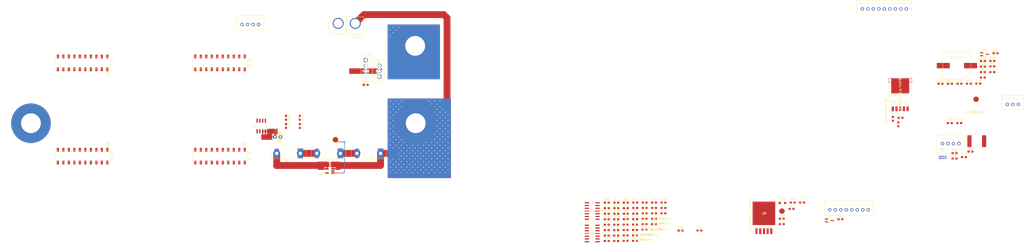
<source format=kicad_pcb>
(kicad_pcb (version 20171130) (host pcbnew "(5.1.6)-1")
  (layers (0 F.Cu signal) (31 B.Cu signal) (34 B.Paste user) (35 F.Paste user) (36 B.SilkS user) (37 F.SilkS user) (38 B.Mask user) (39 F.Mask user) (44 Edge.Cuts user))
  (net 0 "")
  (net 1 "Net-(B1-Pad2)")
  (net 2 +5V)
  (net 3 /cell_5)
  (net 4 GND)
  (net 5 /cell_4)
  (net 6 /cell_3)
  (net 7 /cell_2)
  (net 8 /cell_1)
  (net 9 /cell_8)
  (net 10 /cell_7)
  (net 11 /cell_6)
  (net 12 /logic_power)
  (net 13 /PV)
  (net 14 +3V3)
  (net 15 "/temp_sense(A)")
  (net 16 "Net-(Conn4-Pad1)")
  (net 17 "Net-(Conn5-Pad3)")
  (net 18 /pack_gate)
  (net 19 "Net-(Conn5-Pad1)")
  (net 20 "Net-(D1-Pad1)")
  (net 21 "Net-(D2-Pad1)")
  (net 22 "Net-(D3-Pad1)")
  (net 23 "Net-(D4-Pad1)")
  (net 24 cell_5_extension)
  (net 25 /cell_4_sense)
  (net 26 /cell_3_sense)
  (net 27 /cell_2_sense)
  (net 28 /cell_5_sense)
  (net 29 /cell_1_sense)
  (net 30 "Net-(D11-Pad1)")
  (net 31 "Net-(D12-Pad1)")
  (net 32 /cell_8_sense)
  (net 33 /cell_7_sense)
  (net 34 /cell_6_sense)
  (net 35 "Net-(D16-Pad1)")
  (net 36 E_STOP_GATE)
  (net 37 /V_out_sense)
  (net 38 "Net-(D19-Pad1)")
  (net 39 /logic_power_sense)
  (net 40 "Net-(D21-Pad1)")
  (net 41 "Net-(D22-Pad1)")
  (net 42 /sw_ind)
  (net 43 "Net-(D23-Pad1)")
  (net 44 /sw_err)
  (net 45 "Net-(D24-Pad1)")
  (net 46 /V_out_ind)
  (net 47 "Net-(D25-Pad1)")
  (net 48 /FANS_IND)
  (net 49 "Net-(D26-Pad1)")
  (net 50 "Net-(F1-Pad2)")
  (net 51 /pack_i_sense)
  (net 52 /V_in)
  (net 53 /fan_control)
  (net 54 /ESTOP/V_out)
  (net 55 "Net-(Q4-Pad3)")
  (net 56 /logic_switch)
  (net 57 /buzzer_control)
  (net 58 "Net-(R1-Pad1)")
  (net 59 "Net-(R15-Pad2)")
  (net 60 "Net-(R12-Pad2)")
  (net 61 "Net-(R16-Pad2)")
  (net 62 "Net-(R13-Pad2)")
  (net 63 "Net-(R17-Pad2)")
  (net 64 "Net-(R14-Pad2)")
  (net 65 "Net-(R18-Pad2)")
  (net 66 "Net-(R10-Pad1)")
  (net 67 "Net-(R19-Pad1)")
  (net 68 "Net-(R20-Pad1)")
  (net 69 "Net-(R21-Pad1)")
  (net 70 "Net-(R22-Pad1)")
  (net 71 "Net-(R23-Pad1)")
  (net 72 "Net-(R24-Pad1)")
  (net 73 "Net-(R31-Pad1)")
  (net 74 "Net-(R32-Pad1)")
  (net 75 FB)
  (net 76 "Net-(U1-PadPP2)")
  (net 77 "Net-(U1-PadPN3)")
  (net 78 "Net-(U1-PadPN2)")
  (net 79 "Net-(U1-PadPD0)")
  (net 80 "Net-(U1-PadPD1)")
  (net 81 "Net-(U1-PadRese)")
  (net 82 "Net-(U1-PadPH3)")
  (net 83 "Net-(U1-PadPH2)")
  (net 84 "Net-(U1-PadPM3)")
  (net 85 "Net-(U1-PadGND)")
  (net 86 "Net-(U1-PadPL3)")
  (net 87 "Net-(U1-PadPL2)")
  (net 88 "Net-(U1-PadPL1)")
  (net 89 "Net-(U1-PadPL0)")
  (net 90 "Net-(U1-PadPL5)")
  (net 91 "Net-(U1-PadPL4)")
  (net 92 "Net-(U1-PadPG0)")
  (net 93 "Net-(U1-PadPF3)")
  (net 94 "Net-(U1-PadPF2)")
  (net 95 "Net-(U1-PadPF1)")
  (net 96 "Net-(U1-PadPB3)")
  (net 97 "Net-(U1-PadPB2)")
  (net 98 "Net-(U1-PadPC7)")
  (net 99 "Net-(U1-PadPD3)")
  (net 100 "Net-(U1-PadPM5)")
  (net 101 "Net-(U1-PadPM4)")
  (net 102 "Net-(U1-Pad+5V)")
  (net 103 "Net-(U1-PadPP5)")
  (net 104 "Net-(U1-PadPM7)")
  (net 105 "Net-(U1-PadPK7)")
  (net 106 "Net-(U1-PadPK6)")
  (net 107 "Net-(U1-PadPH1)")
  (net 108 "Net-(U1-PadPH0)")
  (net 109 "Net-(U1-PadPM2)")
  (net 110 "Net-(U1-PadPM1)")
  (net 111 "Net-(U1-PadPM0)")
  (net 112 "Net-(U1-PadPK5)")
  (net 113 "Net-(U1-PadPK4)")
  (net 114 "Net-(U1-PadPG1)")
  (net 115 "Net-(U1-PadPN4)")
  (net 116 "Net-(U1-PadPP4)")
  (net 117 "Net-(U1-PadPP1)")
  (net 118 "Net-(U1-PadPP0)")
  (net 119 "Net-(U1-PadPD2)")
  (net 120 "Net-(U1-PadPA5)")
  (net 121 "Net-(U1-Pad+5V')")
  (net 122 "Net-(U1-PadPN5)")
  (net 123 "Net-(U1-PadPA7)")
  (net 124 "Net-(U1-PadRese')")
  (net 125 "Net-(U1-PadPA4)")
  (net 126 "Net-(U1-PadPQ0)")
  (net 127 "Net-(U1-PadPP3)")
  (net 128 "Net-(U1-PadPQ3)")
  (net 129 "Net-(U1-PadPQ2)")
  (net 130 "Net-(U1-PadPQ1)")
  (net 131 "Net-(U1-PadPM6)")
  (net 132 "Net-(U1-Pad+3V3')")
  (net 133 "Net-(U7-Pad8)")
  (net 134 "Net-(U7-Pad5)")
  (module MRDT_Drill_Holes:BATT_PWR_VIA (layer F.Cu) (at 229.87 41.656)
    (fp_text reference V3 hide)
    (fp_text value BATT_PWR_VIA hide)
    (pad 1 thru_hole circle (at 0 0) (size 18.288 18.288) (drill 9.144) (layers *.Cu *.Mask) (net 54 /ESTOP/V_out))
  )
  (module MRDT_Drill_Holes:BATT_PWR_VIA (layer F.Cu) (at 52.324 77.47)
    (fp_text reference V2 hide)
    (fp_text value BATT_PWR_VIA hide)
    (pad 1 thru_hole circle (at 0 0) (size 18.288 18.288) (drill 9.144) (layers *.Cu *.Mask) (net 4 GND))
  )
  (module MRDT_Drill_Holes:BATT_PWR_VIA (layer F.Cu) (at 230.124 77.47)
    (fp_text reference V1 hide)
    (fp_text value BATT_PWR_VIA hide)
    (pad 1 thru_hole circle (at 0 0) (size 18.288 18.288) (drill 9.144) (layers *.Cu *.Mask) (net 52 /V_in))
  )
  (module MRDT_BMS2021:LM2576SX-3.3&slash_NOPB (layer F.Cu) (at 391.022601 119.1908)
    (fp_text reference U8 (at 0 0) (layer F.SilkS))
    (fp_text value LM2576SX-3.3/NOPB (at -6.212601 1.4592 90) (layer F.SilkS))
    (fp_text user * (at -4.8895 8.2804) (layer F.SilkS))
    (fp_text user * (at -4.8895 8.2804) (layer F.SilkS))
    (pad 6 smd rect (at 0 0) (size 10.4648 10.8712) (layers F.Cu F.Paste F.Mask) (net 4 GND))
    (pad 5 smd rect (at 3.4036 8.2804) (size 1.016 2.6924) (layers F.Cu F.Paste F.Mask) (net 4 GND))
    (pad 4 smd rect (at 1.7018 8.2804) (size 1.016 2.6924) (layers F.Cu F.Paste F.Mask) (net 75 FB))
    (pad 3 smd rect (at 0 8.2804) (size 1.016 2.6924) (layers F.Cu F.Paste F.Mask) (net 4 GND))
    (pad 2 smd rect (at -1.7018 8.2804) (size 1.016 2.6924) (layers F.Cu F.Paste F.Mask) (net 38 "Net-(D19-Pad1)"))
    (pad 1 smd rect (at -3.4036 8.2804) (size 1.016 2.6924) (layers F.Cu F.Paste F.Mask) (net 12 /logic_power))
  )
  (module MRDT_BMS2021:LT1910_SOIC-8-1EP_3.9x4.9mm_P1.27mm_EP2.41x3.3mm (layer F.Cu) (at 158.75 78.74 90)
    (fp_text reference U7 (at 0 -3.4 90) (layer F.SilkS))
    (fp_text value LT1910)
    (pad 8 smd roundrect (at 2.475 -1.905 90) (size 1.95 0.6) (layers F.Cu F.Paste F.Mask) (net 133 "Net-(U7-Pad8)"))
    (pad 7 smd roundrect (at 2.475 -0.635 90) (size 1.95 0.6) (layers F.Cu F.Paste F.Mask))
    (pad 6 smd roundrect (at 2.475 0.635 90) (size 1.95 0.6) (layers F.Cu F.Paste F.Mask) (net 19 "Net-(Conn5-Pad1)"))
    (pad 5 smd roundrect (at 2.475 1.905 90) (size 1.95 0.6) (layers F.Cu F.Paste F.Mask) (net 134 "Net-(U7-Pad5)"))
    (pad 4 smd roundrect (at -2.475 1.905 90) (size 1.95 0.6) (layers F.Cu F.Paste F.Mask) (net 13 /PV))
    (pad 3 smd roundrect (at -2.475 0.635 90) (size 1.95 0.6) (layers F.Cu F.Paste F.Mask) (net 13 /PV))
    (pad 2 smd roundrect (at -2.475 -0.635 90) (size 1.95 0.6) (layers F.Cu F.Paste F.Mask) (net 36 E_STOP_GATE))
    (pad 1 smd roundrect (at -2.475 -1.905 90) (size 1.95 0.6) (layers F.Cu F.Paste F.Mask) (net 4 GND))
  )
  (module MRDT_BMS2021:LM2575SX-5.0&slash_NOPB (layer F.Cu) (at 453.995998 64.262 90)
    (fp_text reference U6 (at 0 0 90) (layer F.SilkS))
    (fp_text value LM257SX-5.0/NOPB (at 0 0 90) (layer F.SilkS))
    (fp_line (start 7.613299 -3.9) (end 7.613299 -5.399999) (layer F.Cu) (width 0.1524))
    (fp_line (start 5.703301 -3.9) (end 7.613299 -3.9) (layer F.Cu) (width 0.1524))
    (fp_line (start 5.703301 -5.399999) (end 5.703301 -3.9) (layer F.Cu) (width 0.1524))
    (fp_line (start 7.613299 -5.399999) (end 5.703301 -5.399999) (layer F.Cu) (width 0.1524))
    (fp_line (start 7.613299 5.399999) (end 7.613299 4) (layer F.Cu) (width 0.1524))
    (fp_line (start 5.703301 5.399999) (end 7.613299 5.399999) (layer F.Cu) (width 0.1524))
    (fp_line (start 5.703301 4) (end 5.703301 5.399999) (layer F.Cu) (width 0.1524))
    (fp_line (start 7.613299 4) (end 5.703301 4) (layer F.Cu) (width 0.1524))
    (fp_text user * (at 0 0 90) (layer F.SilkS))
    (fp_text user Designator138 (at -7.4422 -6.6802 90) (layer F.SilkS))
    (pad 1 smd rect (at -6.5567 -3.399998 90) (size 2.160001 1.07) (layers F.Cu F.Paste F.Mask) (net 12 /logic_power))
    (pad 2 smd rect (at -6.5567 -1.699997 90) (size 2.160001 1.07) (layers F.Cu F.Paste F.Mask) (net 35 "Net-(D16-Pad1)"))
    (pad 3 smd rect (at -6.5567 0.005004 90) (size 2.160001 1.07) (layers F.Cu F.Paste F.Mask) (net 4 GND))
    (pad 4 smd rect (at -6.5567 1.700002 90) (size 2.160001 1.07) (layers F.Cu F.Paste F.Mask) (net 75 FB))
    (pad 5 smd rect (at -6.5567 3.400003 90) (size 2.160001 1.07) (layers F.Cu F.Paste F.Mask) (net 4 GND))
    (pad 6 smd rect (at 4.1183 0.000003 90) (size 6.990001 8.330001) (layers F.Cu F.Paste F.Mask) (net 4 GND))
  )
  (module Package_TO_SOT_SMD:SOT-23-5_HandSoldering (layer F.Cu) (at 190.5 99.568 180)
    (fp_text reference U5 (at 3.556 -1.27) (layer F.SilkS))
    (fp_text value INA281A)
    (pad 5 smd rect (at 1.35 -0.95 180) (size 1.56 0.65) (layers F.Cu F.Paste F.Mask) (net 2 +5V))
    (pad 4 smd rect (at 1.35 0.95 180) (size 1.56 0.65) (layers F.Cu F.Paste F.Mask) (net 13 /PV))
    (pad 3 smd rect (at -1.35 0.95 180) (size 1.56 0.65) (layers F.Cu F.Paste F.Mask) (net 52 /V_in))
    (pad 2 smd rect (at -1.35 0 180) (size 1.56 0.65) (layers F.Cu F.Paste F.Mask) (net 4 GND))
    (pad 1 smd rect (at -1.35 -0.95 180) (size 1.56 0.65) (layers F.Cu F.Paste F.Mask) (net 51 /pack_i_sense))
  )
  (module MRDT_BMS2021:TL3474ID (layer F.Cu) (at 311.684601 128.514)
    (fp_text reference U4 (at 0 0) (layer F.SilkS))
    (fp_text value TL3474ACPWR (at 0 0) (layer F.SilkS))
    (fp_text user * (at -2.7178 -5.5118) (layer F.SilkS))
    (fp_text user * (at -2.7178 -5.5118) (layer F.SilkS))
    (pad 14 smd rect (at 2.4638 -3.81) (size 1.9812 0.5588) (layers F.Cu F.Paste F.Mask) (net 32 /cell_8_sense))
    (pad 13 smd rect (at 2.4638 -2.54) (size 1.9812 0.5588) (layers F.Cu F.Paste F.Mask) (net 68 "Net-(R20-Pad1)"))
    (pad 12 smd rect (at 2.4638 -1.27) (size 1.9812 0.5588) (layers F.Cu F.Paste F.Mask) (net 67 "Net-(R19-Pad1)"))
    (pad 11 smd rect (at 2.4638 0) (size 1.9812 0.5588) (layers F.Cu F.Paste F.Mask) (net 2 +5V))
    (pad 10 smd rect (at 2.4638 1.27) (size 1.9812 0.5588) (layers F.Cu F.Paste F.Mask) (net 69 "Net-(R21-Pad1)"))
    (pad 9 smd rect (at 2.4638 2.54) (size 1.9812 0.5588) (layers F.Cu F.Paste F.Mask) (net 70 "Net-(R22-Pad1)"))
    (pad 8 smd rect (at 2.4638 3.81) (size 1.9812 0.5588) (layers F.Cu F.Paste F.Mask) (net 33 /cell_7_sense))
    (pad 7 smd rect (at -2.4638 3.81) (size 1.9812 0.5588) (layers F.Cu F.Paste F.Mask) (net 34 /cell_6_sense))
    (pad 6 smd rect (at -2.4638 2.54) (size 1.9812 0.5588) (layers F.Cu F.Paste F.Mask) (net 72 "Net-(R24-Pad1)"))
    (pad 5 smd rect (at -2.4638 1.27) (size 1.9812 0.5588) (layers F.Cu F.Paste F.Mask) (net 71 "Net-(R23-Pad1)"))
    (pad 4 smd rect (at -2.4638 0) (size 1.9812 0.5588) (layers F.Cu F.Paste F.Mask) (net 4 GND))
    (pad 3 smd rect (at -2.4638 -1.27) (size 1.9812 0.5588) (layers F.Cu F.Paste F.Mask) (net 58 "Net-(R1-Pad1)"))
    (pad 2 smd rect (at -2.4638 -2.54) (size 1.9812 0.5588) (layers F.Cu F.Paste F.Mask) (net 59 "Net-(R15-Pad2)"))
    (pad 1 smd rect (at -2.4638 -3.81) (size 1.9812 0.5588) (layers F.Cu F.Paste F.Mask) (net 28 /cell_5_sense))
  )
  (module MRDT_BMS2021:TL3474ID (layer F.Cu) (at 311.684601 118.124)
    (fp_text reference U3 (at 0 0) (layer F.SilkS))
    (fp_text value TL3474ACPWR (at 0 0) (layer F.SilkS))
    (fp_text user * (at -2.7178 -5.5118) (layer F.SilkS))
    (fp_text user * (at -2.7178 -5.5118) (layer F.SilkS))
    (pad 14 smd rect (at 2.4638 -3.81) (size 1.9812 0.5588) (layers F.Cu F.Paste F.Mask) (net 25 /cell_4_sense))
    (pad 13 smd rect (at 2.4638 -2.54) (size 1.9812 0.5588) (layers F.Cu F.Paste F.Mask) (net 61 "Net-(R16-Pad2)"))
    (pad 12 smd rect (at 2.4638 -1.27) (size 1.9812 0.5588) (layers F.Cu F.Paste F.Mask) (net 60 "Net-(R12-Pad2)"))
    (pad 11 smd rect (at 2.4638 0) (size 1.9812 0.5588) (layers F.Cu F.Paste F.Mask) (net 2 +5V))
    (pad 10 smd rect (at 2.4638 1.27) (size 1.9812 0.5588) (layers F.Cu F.Paste F.Mask) (net 62 "Net-(R13-Pad2)"))
    (pad 9 smd rect (at 2.4638 2.54) (size 1.9812 0.5588) (layers F.Cu F.Paste F.Mask) (net 63 "Net-(R17-Pad2)"))
    (pad 8 smd rect (at 2.4638 3.81) (size 1.9812 0.5588) (layers F.Cu F.Paste F.Mask) (net 26 /cell_3_sense))
    (pad 7 smd rect (at -2.4638 3.81) (size 1.9812 0.5588) (layers F.Cu F.Paste F.Mask) (net 27 /cell_2_sense))
    (pad 6 smd rect (at -2.4638 2.54) (size 1.9812 0.5588) (layers F.Cu F.Paste F.Mask) (net 65 "Net-(R18-Pad2)"))
    (pad 5 smd rect (at -2.4638 1.27) (size 1.9812 0.5588) (layers F.Cu F.Paste F.Mask) (net 64 "Net-(R14-Pad2)"))
    (pad 4 smd rect (at -2.4638 0) (size 1.9812 0.5588) (layers F.Cu F.Paste F.Mask) (net 4 GND))
    (pad 3 smd rect (at -2.4638 -1.27) (size 1.9812 0.5588) (layers F.Cu F.Paste F.Mask) (net 66 "Net-(R10-Pad1)"))
    (pad 2 smd rect (at -2.4638 -2.54) (size 1.9812 0.5588) (layers F.Cu F.Paste F.Mask) (net 29 /cell_1_sense))
    (pad 1 smd rect (at -2.4638 -3.81) (size 1.9812 0.5588) (layers F.Cu F.Paste F.Mask) (net 29 /cell_1_sense))
  )
  (module MRDT_Shields:TM4C129E_Launchpad_FULL_SMD_TOP (layer F.Cu) (at 63.5 95.25)
    (fp_text reference U1 hide)
    (fp_text value TM4C129E_Launchpad hide)
    (fp_text user A2 (at 89.916 -1.27 180) (layer F.SilkS))
    (fp_text user B2 (at 89.916 -4.064 180) (layer F.SilkS))
    (fp_text user A1 (at 26.416 -1.27 180) (layer F.SilkS))
    (fp_text user B1 (at 26.416 -3.81 180) (layer F.SilkS))
    (fp_text user D2 (at 89.916 -47.244) (layer F.SilkS))
    (fp_text user C2 (at 89.916 -44.45 180) (layer F.SilkS))
    (fp_text user D1 (at 26.416 -46.736 180) (layer F.SilkS))
    (fp_text user C1 (at 26.416 -44.45 180) (layer F.SilkS))
    (fp_text user X6 (at 87.63 -8.382) (layer F.SilkS))
    (fp_text user X7 (at 87.63 -39.624 180) (layer F.SilkS))
    (fp_text user X8 (at 24.13 -8.382 180) (layer F.SilkS))
    (fp_text user X9 (at 24.13 -39.878 180) (layer F.SilkS))
    (fp_text user 1 (at 64.77 -7.112 180) (layer F.SilkS))
    (fp_text user 10 (at 87.63 -7.112 180) (layer F.SilkS))
    (fp_text user 10 (at 87.63 -41.148 180) (layer F.SilkS))
    (fp_text user 1 (at 64.77 -41.148 180) (layer F.SilkS))
    (fp_text user 10 (at 24.13 -7.112 180) (layer F.SilkS))
    (fp_text user 1 (at 1.27 -7.112 180) (layer F.SilkS))
    (fp_text user 10 (at 24.13 -41.148 180) (layer F.SilkS))
    (fp_text user 1 (at 1.27 -41.148 180) (layer F.SilkS))
    (pad PP2 smd rect (at 24.13 -48.6664 180) (size 0.9906 1.778) (layers F.Cu F.Paste F.Mask) (net 76 "Net-(U1-PadPP2)"))
    (pad PN3 smd rect (at 21.59 -48.6664 180) (size 0.9906 1.778) (layers F.Cu F.Paste F.Mask) (net 77 "Net-(U1-PadPN3)"))
    (pad PN2 smd rect (at 19.05 -48.6664 180) (size 0.9906 1.778) (layers F.Cu F.Paste F.Mask) (net 78 "Net-(U1-PadPN2)"))
    (pad PD0 smd rect (at 16.51 -48.6664 180) (size 0.9906 1.778) (layers F.Cu F.Paste F.Mask) (net 79 "Net-(U1-PadPD0)"))
    (pad PD1 smd rect (at 13.97 -48.6664 180) (size 0.9906 1.778) (layers F.Cu F.Paste F.Mask) (net 80 "Net-(U1-PadPD1)"))
    (pad Rese smd rect (at 11.43 -48.6664 180) (size 0.9906 1.778) (layers F.Cu F.Paste F.Mask) (net 81 "Net-(U1-PadRese)"))
    (pad PH3 smd rect (at 8.89 -48.6664 180) (size 0.9906 1.778) (layers F.Cu F.Paste F.Mask) (net 82 "Net-(U1-PadPH3)"))
    (pad PH2 smd rect (at 6.35 -48.6664 180) (size 0.9906 1.778) (layers F.Cu F.Paste F.Mask) (net 83 "Net-(U1-PadPH2)"))
    (pad PM3 smd rect (at 3.81 -48.6664 180) (size 0.9906 1.778) (layers F.Cu F.Paste F.Mask) (net 84 "Net-(U1-PadPM3)"))
    (pad GND smd rect (at 1.27 -48.6664 180) (size 0.9906 1.778) (layers F.Cu F.Paste F.Mask) (net 85 "Net-(U1-PadGND)"))
    (pad PL3 smd rect (at 24.13 -42.7736 180) (size 0.9906 1.778) (layers F.Cu F.Paste F.Mask) (net 86 "Net-(U1-PadPL3)"))
    (pad PL2 smd rect (at 21.59 -42.7736 180) (size 0.9906 1.778) (layers F.Cu F.Paste F.Mask) (net 87 "Net-(U1-PadPL2)"))
    (pad PL1 smd rect (at 19.05 -42.7736 180) (size 0.9906 1.778) (layers F.Cu F.Paste F.Mask) (net 88 "Net-(U1-PadPL1)"))
    (pad PL0 smd rect (at 16.51 -42.7736 180) (size 0.9906 1.778) (layers F.Cu F.Paste F.Mask) (net 89 "Net-(U1-PadPL0)"))
    (pad PL5 smd rect (at 13.97 -42.7736 180) (size 0.9906 1.778) (layers F.Cu F.Paste F.Mask) (net 90 "Net-(U1-PadPL5)"))
    (pad PL4 smd rect (at 11.43 -42.7736 180) (size 0.9906 1.778) (layers F.Cu F.Paste F.Mask) (net 91 "Net-(U1-PadPL4)"))
    (pad PG0 smd rect (at 8.89 -42.7736 180) (size 0.9906 1.778) (layers F.Cu F.Paste F.Mask) (net 92 "Net-(U1-PadPG0)"))
    (pad PF3 smd rect (at 6.35 -42.7736 180) (size 0.9906 1.778) (layers F.Cu F.Paste F.Mask) (net 93 "Net-(U1-PadPF3)"))
    (pad PF2 smd rect (at 3.81 -42.7736 180) (size 0.9906 1.778) (layers F.Cu F.Paste F.Mask) (net 94 "Net-(U1-PadPF2)"))
    (pad PF1 smd rect (at 1.27 -42.7736 180) (size 0.9906 1.778) (layers F.Cu F.Paste F.Mask) (net 95 "Net-(U1-PadPF1)"))
    (pad PB3 smd rect (at 24.13 0.4064 180) (size 0.9906 1.778) (layers F.Cu F.Paste F.Mask) (net 96 "Net-(U1-PadPB3)"))
    (pad PB2 smd rect (at 21.59 0.4064 180) (size 0.9906 1.778) (layers F.Cu F.Paste F.Mask) (net 97 "Net-(U1-PadPB2)"))
    (pad PC7 smd rect (at 19.05 0.4064 180) (size 0.9906 1.778) (layers F.Cu F.Paste F.Mask) (net 98 "Net-(U1-PadPC7)"))
    (pad PD3 smd rect (at 16.51 0.4064 180) (size 0.9906 1.778) (layers F.Cu F.Paste F.Mask) (net 99 "Net-(U1-PadPD3)"))
    (pad PE5 smd rect (at 13.97 0.4064 180) (size 0.9906 1.778) (layers F.Cu F.Paste F.Mask) (net 48 /FANS_IND))
    (pad PC6 smd rect (at 11.43 0.4064 180) (size 0.9906 1.778) (layers F.Cu F.Paste F.Mask) (net 18 /pack_gate))
    (pad PC5 smd rect (at 8.89 0.4064 180) (size 0.9906 1.778) (layers F.Cu F.Paste F.Mask) (net 42 /sw_ind))
    (pad PC4 smd rect (at 6.35 0.4064 180) (size 0.9906 1.778) (layers F.Cu F.Paste F.Mask) (net 44 /sw_err))
    (pad PE4 smd rect (at 3.81 0.4064 180) (size 0.9906 1.778) (layers F.Cu F.Paste F.Mask) (net 15 "/temp_sense(A)"))
    (pad +3V3 smd rect (at 1.27 0.4064 180) (size 0.9906 1.778) (layers F.Cu F.Paste F.Mask) (net 14 +3V3))
    (pad PM5 smd rect (at 24.13 -5.4864 180) (size 0.9906 1.778) (layers F.Cu F.Paste F.Mask) (net 100 "Net-(U1-PadPM5)"))
    (pad PM4 smd rect (at 21.59 -5.4864 180) (size 0.9906 1.778) (layers F.Cu F.Paste F.Mask) (net 101 "Net-(U1-PadPM4)"))
    (pad PA6 smd rect (at 19.05 -5.4864 180) (size 0.9906 1.778) (layers F.Cu F.Paste F.Mask) (net 46 /V_out_ind))
    (pad PD7 smd rect (at 16.51 -5.4864 180) (size 0.9906 1.778) (layers F.Cu F.Paste F.Mask) (net 37 /V_out_sense))
    (pad PE3 smd rect (at 13.97 -5.4864 180) (size 0.9906 1.778) (layers F.Cu F.Paste F.Mask) (net 39 /logic_power_sense))
    (pad PE2 smd rect (at 11.43 -5.4864 180) (size 0.9906 1.778) (layers F.Cu F.Paste F.Mask) (net 57 /buzzer_control))
    (pad PE1 smd rect (at 8.89 -5.4864 180) (size 0.9906 1.778) (layers F.Cu F.Paste F.Mask) (net 53 /fan_control))
    (pad PE0 smd rect (at 6.35 -5.4864 180) (size 0.9906 1.778) (layers F.Cu F.Paste F.Mask) (net 51 /pack_i_sense))
    (pad GND smd rect (at 3.81 -5.4864 180) (size 0.9906 1.778) (layers F.Cu F.Paste F.Mask) (net 85 "Net-(U1-PadGND)"))
    (pad +5V smd rect (at 1.27 -5.4864 180) (size 0.9906 1.778) (layers F.Cu F.Paste F.Mask) (net 102 "Net-(U1-Pad+5V)"))
    (pad PP5 smd rect (at 69.85 -48.6664 180) (size 0.9906 1.778) (layers F.Cu F.Paste F.Mask) (net 103 "Net-(U1-PadPP5)"))
    (pad PM7 smd rect (at 67.31 -48.6664 180) (size 0.9906 1.778) (layers F.Cu F.Paste F.Mask) (net 104 "Net-(U1-PadPM7)"))
    (pad GND smd rect (at 64.77 -48.6664 180) (size 0.9906 1.778) (layers F.Cu F.Paste F.Mask) (net 85 "Net-(U1-PadGND)"))
    (pad PK7 smd rect (at 87.63 -42.7736 180) (size 0.9906 1.778) (layers F.Cu F.Paste F.Mask) (net 105 "Net-(U1-PadPK7)"))
    (pad PK6 smd rect (at 85.09 -42.7736 180) (size 0.9906 1.778) (layers F.Cu F.Paste F.Mask) (net 106 "Net-(U1-PadPK6)"))
    (pad PH1 smd rect (at 82.55 -42.7736 180) (size 0.9906 1.778) (layers F.Cu F.Paste F.Mask) (net 107 "Net-(U1-PadPH1)"))
    (pad PH0 smd rect (at 80.01 -42.7736 180) (size 0.9906 1.778) (layers F.Cu F.Paste F.Mask) (net 108 "Net-(U1-PadPH0)"))
    (pad PM2 smd rect (at 77.47 -42.7736 180) (size 0.9906 1.778) (layers F.Cu F.Paste F.Mask) (net 109 "Net-(U1-PadPM2)"))
    (pad PM1 smd rect (at 74.93 -42.7736 180) (size 0.9906 1.778) (layers F.Cu F.Paste F.Mask) (net 110 "Net-(U1-PadPM1)"))
    (pad PM0 smd rect (at 72.39 -42.7736 180) (size 0.9906 1.778) (layers F.Cu F.Paste F.Mask) (net 111 "Net-(U1-PadPM0)"))
    (pad PK5 smd rect (at 69.85 -42.7736 180) (size 0.9906 1.778) (layers F.Cu F.Paste F.Mask) (net 112 "Net-(U1-PadPK5)"))
    (pad PK4 smd rect (at 67.31 -42.7736 180) (size 0.9906 1.778) (layers F.Cu F.Paste F.Mask) (net 113 "Net-(U1-PadPK4)"))
    (pad PG1 smd rect (at 64.77 -42.7736 180) (size 0.9906 1.778) (layers F.Cu F.Paste F.Mask) (net 114 "Net-(U1-PadPG1)"))
    (pad PN4 smd rect (at 87.63 0.4064 180) (size 0.9906 1.778) (layers F.Cu F.Paste F.Mask) (net 115 "Net-(U1-PadPN4)"))
    (pad PP4 smd rect (at 82.55 0.4064 180) (size 0.9906 1.778) (layers F.Cu F.Paste F.Mask) (net 116 "Net-(U1-PadPP4)"))
    (pad PD5 smd rect (at 77.47 0.4064 180) (size 0.9906 1.778) (layers F.Cu F.Paste F.Mask) (net 33 /cell_7_sense))
    (pad PD4 smd rect (at 74.93 0.4064 180) (size 0.9906 1.778) (layers F.Cu F.Paste F.Mask) (net 32 /cell_8_sense))
    (pad PP1 smd rect (at 72.39 0.4064 180) (size 0.9906 1.778) (layers F.Cu F.Paste F.Mask) (net 117 "Net-(U1-PadPP1)"))
    (pad PP0 smd rect (at 69.85 0.4064 180) (size 0.9906 1.778) (layers F.Cu F.Paste F.Mask) (net 118 "Net-(U1-PadPP0)"))
    (pad PD2 smd rect (at 67.31 0.4064 180) (size 0.9906 1.778) (layers F.Cu F.Paste F.Mask) (net 119 "Net-(U1-PadPD2)"))
    (pad PA5 smd rect (at 87.63 -5.4864 180) (size 0.9906 1.778) (layers F.Cu F.Paste F.Mask) (net 120 "Net-(U1-PadPA5)"))
    (pad PK3 smd rect (at 82.55 -5.4864 180) (size 0.9906 1.778) (layers F.Cu F.Paste F.Mask) (net 29 /cell_1_sense))
    (pad PB5 smd rect (at 72.39 -5.4864 180) (size 0.9906 1.778) (layers F.Cu F.Paste F.Mask) (net 28 /cell_5_sense))
    (pad PB4 smd rect (at 69.85 -5.4864 180) (size 0.9906 1.778) (layers F.Cu F.Paste F.Mask) (net 34 /cell_6_sense))
    (pad GND smd rect (at 67.31 -5.4864 180) (size 0.9906 1.778) (layers F.Cu F.Paste F.Mask) (net 85 "Net-(U1-PadGND)"))
    (pad +5V' smd rect (at 64.77 -5.4864 180) (size 0.9906 1.778) (layers F.Cu F.Paste F.Mask) (net 121 "Net-(U1-Pad+5V')"))
    (pad PK1 smd rect (at 77.47 -5.4864 180) (size 0.9906 1.778) (layers F.Cu F.Paste F.Mask) (net 26 /cell_3_sense))
    (pad PK2 smd rect (at 80.01 -5.4864 180) (size 0.9906 1.778) (layers F.Cu F.Paste F.Mask) (net 27 /cell_2_sense))
    (pad PN5 smd rect (at 85.09 0.4064 180) (size 0.9906 1.778) (layers F.Cu F.Paste F.Mask) (net 122 "Net-(U1-PadPN5)"))
    (pad PA7 smd rect (at 72.39 -48.6664 180) (size 0.9906 1.778) (layers F.Cu F.Paste F.Mask) (net 123 "Net-(U1-PadPA7)"))
    (pad Rese' smd rect (at 74.93 -48.6664 180) (size 0.9906 1.778) (layers F.Cu F.Paste F.Mask) (net 124 "Net-(U1-PadRese')"))
    (pad PA4 smd rect (at 85.09 -5.4864 180) (size 0.9906 1.778) (layers F.Cu F.Paste F.Mask) (net 125 "Net-(U1-PadPA4)"))
    (pad PQ0 smd rect (at 80.01 0.4064 180) (size 0.9906 1.778) (layers F.Cu F.Paste F.Mask) (net 126 "Net-(U1-PadPQ0)"))
    (pad PP3 smd rect (at 82.55 -48.6664 180) (size 0.9906 1.778) (layers F.Cu F.Paste F.Mask) (net 127 "Net-(U1-PadPP3)"))
    (pad PQ3 smd rect (at 80.01 -48.6664 180) (size 0.9906 1.778) (layers F.Cu F.Paste F.Mask) (net 128 "Net-(U1-PadPQ3)"))
    (pad PK0 smd rect (at 74.93 -5.4864 180) (size 0.9906 1.778) (layers F.Cu F.Paste F.Mask) (net 25 /cell_4_sense))
    (pad PQ2 smd rect (at 77.47 -48.6664 180) (size 0.9906 1.778) (layers F.Cu F.Paste F.Mask) (net 129 "Net-(U1-PadPQ2)"))
    (pad PQ1 smd rect (at 85.09 -48.6664 180) (size 0.9906 1.778) (layers F.Cu F.Paste F.Mask) (net 130 "Net-(U1-PadPQ1)"))
    (pad PM6 smd rect (at 87.63 -48.6664 180) (size 0.9906 1.778) (layers F.Cu F.Paste F.Mask) (net 131 "Net-(U1-PadPM6)"))
    (pad +3V3' smd rect (at 64.77 0.4064 180) (size 0.9906 1.778) (layers F.Cu F.Paste F.Mask) (net 132 "Net-(U1-Pad+3V3')"))
  )
  (module MRDT_Connectors:MOLEX_SL_04_Vertical (layer F.Cu) (at 473.525001 86.924)
    (fp_text reference SW1 hide)
    (fp_text value Relay_SPST)
    (pad 4 thru_hole circle (at 7.62 0) (size 1.524 1.524) (drill 0.9) (layers *.Cu *.Mask) (net 50 "Net-(F1-Pad2)"))
    (pad 4 thru_hole circle (at 7.62 0) (size 1.524 1.524) (drill 0.9) (layers *.Cu *.Mask) (net 50 "Net-(F1-Pad2)"))
    (pad 3 thru_hole circle (at 5.08 0) (size 1.524 1.524) (drill 0.9) (layers *.Cu *.Mask) (net 13 /PV))
    (pad 2 thru_hole circle (at 2.54 0) (size 1.524 1.524) (drill 0.9) (layers *.Cu *.Mask) (net 2 +5V))
    (pad 1 thru_hole circle (at 0 0) (size 1.524 1.524) (drill 0.9) (layers *.Cu *.Mask) (net 55 "Net-(Q4-Pad3)"))
  )
  (module Resistor_SMD:R_0603_1608Metric_Pad1.05x0.95mm_HandSolder (layer F.Cu) (at 496.575001 48.63)
    (fp_text reference R53 (at 0 -1.43) (layer F.SilkS))
    (fp_text value 510)
    (pad 2 smd roundrect (at 0.875 0) (size 1.05 0.95) (layers F.Cu F.Paste F.Mask) (net 4 GND))
    (pad 1 smd roundrect (at -0.875 0) (size 1.05 0.95) (layers F.Cu F.Paste F.Mask) (net 49 "Net-(D26-Pad1)"))
  )
  (module Resistor_SMD:R_0603_1608Metric_Pad1.05x0.95mm_HandSolder (layer F.Cu) (at 485.755001 59.13)
    (fp_text reference R52 (at 0 -1.43) (layer F.SilkS))
    (fp_text value 330)
    (pad 2 smd roundrect (at 0.875 0) (size 1.05 0.95) (layers F.Cu F.Paste F.Mask) (net 4 GND))
    (pad 1 smd roundrect (at -0.875 0) (size 1.05 0.95) (layers F.Cu F.Paste F.Mask) (net 47 "Net-(D25-Pad1)"))
  )
  (module Resistor_SMD:R_0603_1608Metric_Pad1.05x0.95mm_HandSolder (layer F.Cu) (at 492.185001 53.81)
    (fp_text reference R51 (at 0 -1.43) (layer F.SilkS))
    (fp_text value 330)
    (pad 2 smd roundrect (at 0.875 0) (size 1.05 0.95) (layers F.Cu F.Paste F.Mask) (net 4 GND))
    (pad 1 smd roundrect (at -0.875 0) (size 1.05 0.95) (layers F.Cu F.Paste F.Mask) (net 45 "Net-(D24-Pad1)"))
  )
  (module Resistor_SMD:R_0603_1608Metric_Pad1.05x0.95mm_HandSolder (layer F.Cu) (at 496.575001 51.14)
    (fp_text reference R50 (at 0 -1.43) (layer F.SilkS))
    (fp_text value 330)
    (pad 2 smd roundrect (at 0.875 0) (size 1.05 0.95) (layers F.Cu F.Paste F.Mask) (net 4 GND))
    (pad 1 smd roundrect (at -0.875 0) (size 1.05 0.95) (layers F.Cu F.Paste F.Mask) (net 43 "Net-(D23-Pad1)"))
  )
  (module Resistor_SMD:R_0603_1608Metric_Pad1.05x0.95mm_HandSolder (layer F.Cu) (at 492.185001 56.32)
    (fp_text reference R49 (at 0 -1.43) (layer F.SilkS))
    (fp_text value 330)
    (pad 2 smd roundrect (at 0.875 0) (size 1.05 0.95) (layers F.Cu F.Paste F.Mask) (net 4 GND))
    (pad 1 smd roundrect (at -0.875 0) (size 1.05 0.95) (layers F.Cu F.Paste F.Mask) (net 41 "Net-(D22-Pad1)"))
  )
  (module Resistor_SMD:R_0603_1608Metric_Pad1.05x0.95mm_HandSolder (layer F.Cu) (at 490.105001 59.13)
    (fp_text reference R48 (at 0 -1.43) (layer F.SilkS))
    (fp_text value 500)
    (pad 2 smd roundrect (at 0.875 0) (size 1.05 0.95) (layers F.Cu F.Paste F.Mask) (net 4 GND))
    (pad 1 smd roundrect (at -0.875 0) (size 1.05 0.95) (layers F.Cu F.Paste F.Mask) (net 40 "Net-(D21-Pad1)"))
  )
  (module Resistor_SMD:R_0603_1608Metric_Pad1.05x0.95mm_HandSolder (layer F.Cu) (at 496.535001 53.81)
    (fp_text reference R47 (at 0 -1.43) (layer F.SilkS))
    (fp_text value 10kΩ)
    (pad 2 smd roundrect (at 0.875 0) (size 1.05 0.95) (layers F.Cu F.Paste F.Mask) (net 4 GND))
    (pad 1 smd roundrect (at -0.875 0) (size 1.05 0.95) (layers F.Cu F.Paste F.Mask) (net 57 /buzzer_control))
  )
  (module Resistor_SMD:R_0603_1608Metric_Pad1.05x0.95mm_HandSolder (layer F.Cu) (at 479.095001 91.29)
    (fp_text reference R46 (at 0 -1.43) (layer F.SilkS))
    (fp_text value 110k)
    (pad 2 smd roundrect (at 0.875 0) (size 1.05 0.95) (layers F.Cu F.Paste F.Mask) (net 4 GND))
    (pad 1 smd roundrect (at -0.875 0) (size 1.05 0.95) (layers F.Cu F.Paste F.Mask) (net 39 /logic_power_sense))
  )
  (module Resistor_SMD:R_0603_1608Metric_Pad1.05x0.95mm_HandSolder (layer F.Cu) (at 483.445001 93.14)
    (fp_text reference R45 (at 0 -1.43) (layer F.SilkS))
    (fp_text value 1.01M)
    (pad 2 smd roundrect (at 0.875 0) (size 1.05 0.95) (layers F.Cu F.Paste F.Mask) (net 39 /logic_power_sense))
    (pad 1 smd roundrect (at -0.875 0) (size 1.05 0.95) (layers F.Cu F.Paste F.Mask) (net 12 /logic_power))
  )
  (module Resistor_SMD:R_0603_1608Metric_Pad1.05x0.95mm_HandSolder (layer F.Cu) (at 479.095001 93.8)
    (fp_text reference R44 (at 0 -1.43) (layer F.SilkS))
    (fp_text value 10k)
    (pad 2 smd roundrect (at 0.875 0) (size 1.05 0.95) (layers F.Cu F.Paste F.Mask) (net 56 /logic_switch))
    (pad 1 smd roundrect (at -0.875 0) (size 1.05 0.95) (layers F.Cu F.Paste F.Mask) (net 4 GND))
  )
  (module Resistor_SMD:R_0603_1608Metric_Pad1.05x0.95mm_HandSolder (layer F.Cu) (at 404.305001 114.18)
    (fp_text reference R43 (at 0 -1.43) (layer F.SilkS))
    (fp_text value 1.7k)
    (pad 2 smd roundrect (at 0.875 0) (size 1.05 0.95) (layers F.Cu F.Paste F.Mask) (net 4 GND))
    (pad 1 smd roundrect (at -0.875 0) (size 1.05 0.95) (layers F.Cu F.Paste F.Mask) (net 75 FB))
  )
  (module Resistor_SMD:R_0603_1608Metric_Pad1.05x0.95mm_HandSolder (layer F.Cu) (at 399.255001 124.19)
    (fp_text reference R42 (at 0 -1.43) (layer F.SilkS))
    (fp_text value 2.857k)
    (pad 2 smd roundrect (at 0.875 0) (size 1.05 0.95) (layers F.Cu F.Paste F.Mask) (net 75 FB))
    (pad 1 smd roundrect (at -0.875 0) (size 1.05 0.95) (layers F.Cu F.Paste F.Mask) (net 14 +3V3))
  )
  (module Resistor_SMD:R_0603_1608Metric_Pad1.05x0.95mm_HandSolder (layer F.Cu) (at 176.53 78.74 270)
    (fp_text reference R41 (at 0 -1.43 90) (layer F.SilkS))
    (fp_text value 110k)
    (pad 2 smd roundrect (at 0.875 0 270) (size 1.05 0.95) (layers F.Cu F.Paste F.Mask) (net 4 GND))
    (pad 1 smd roundrect (at -0.875 0 270) (size 1.05 0.95) (layers F.Cu F.Paste F.Mask) (net 37 /V_out_sense))
  )
  (module Resistor_SMD:R_0603_1608Metric_Pad1.05x0.95mm_HandSolder (layer F.Cu) (at 176.53 74.93 270)
    (fp_text reference R40 (at 0 -1.43 90) (layer F.SilkS))
    (fp_text value 1.01M)
    (pad 2 smd roundrect (at 0.875 0 270) (size 1.05 0.95) (layers F.Cu F.Paste F.Mask) (net 37 /V_out_sense))
    (pad 1 smd roundrect (at -0.875 0 270) (size 1.05 0.95) (layers F.Cu F.Paste F.Mask) (net 54 /ESTOP/V_out))
  )
  (module Resistor_SMD:R_0603_1608Metric_Pad1.05x0.95mm_HandSolder (layer F.Cu) (at 170.18 78.74 270)
    (fp_text reference R39 (at 0 -1.43 90) (layer F.SilkS))
    (fp_text value 10k)
    (pad 2 smd roundrect (at 0.875 0 270) (size 1.05 0.95) (layers F.Cu F.Paste F.Mask) (net 4 GND))
    (pad 1 smd roundrect (at -0.875 0 270) (size 1.05 0.95) (layers F.Cu F.Paste F.Mask) (net 17 "Net-(Conn5-Pad3)"))
  )
  (module Resistor_SMD:R_0603_1608Metric_Pad1.05x0.95mm_HandSolder (layer F.Cu) (at 170.18 74.93 270)
    (fp_text reference R38 (at 0 -1.43 90) (layer F.SilkS))
    (fp_text value 4k)
    (pad 1 smd roundrect (at -0.875 0 270) (size 1.05 0.95) (layers F.Cu F.Paste F.Mask) (net 54 /ESTOP/V_out))
    (pad 2 smd roundrect (at 0.875 0 270) (size 1.05 0.95) (layers F.Cu F.Paste F.Mask) (net 17 "Net-(Conn5-Pad3)"))
  )
  (module Resistor_SMD:R_0603_1608Metric_Pad1.05x0.95mm_HandSolder (layer F.Cu) (at 361.225001 127.14)
    (fp_text reference R37 (at 0 -1.43) (layer F.SilkS))
    (fp_text value 10k)
    (pad 2 smd roundrect (at 0.875 0) (size 1.05 0.95) (layers F.Cu F.Paste F.Mask) (net 4 GND))
    (pad 1 smd roundrect (at -0.875 0) (size 1.05 0.95) (layers F.Cu F.Paste F.Mask) (net 19 "Net-(Conn5-Pad1)"))
  )
  (module Resistor_SMD:R_0603_1608Metric_Pad1.05x0.95mm_HandSolder (layer F.Cu) (at 426.385001 121.93)
    (fp_text reference R36 (at 0 -1.43) (layer F.SilkS))
    (fp_text value 10kΩ)
    (pad 2 smd roundrect (at 0.875 0) (size 1.05 0.95) (layers F.Cu F.Paste F.Mask) (net 4 GND))
    (pad 1 smd roundrect (at -0.875 0) (size 1.05 0.95) (layers F.Cu F.Paste F.Mask) (net 53 /fan_control))
  )
  (module Resistor_SMD:R_0603_1608Metric_Pad1.05x0.95mm_HandSolder (layer F.Cu) (at 476.935001 77.4)
    (fp_text reference R35 (at 0 -1.43) (layer F.SilkS))
    (fp_text value 997Ω)
    (pad 2 smd roundrect (at 0.875 0) (size 1.05 0.95) (layers F.Cu F.Paste F.Mask) (net 4 GND))
    (pad 1 smd roundrect (at -0.875 0) (size 1.05 0.95) (layers F.Cu F.Paste F.Mask) (net 75 FB))
  )
  (module Resistor_SMD:R_0603_1608Metric_Pad1.05x0.95mm_HandSolder (layer F.Cu) (at 481.285001 77.4)
    (fp_text reference R34 (at 0 -1.43) (layer F.SilkS))
    (fp_text value 3.05k)
    (pad 2 smd roundrect (at 0.875 0) (size 1.05 0.95) (layers F.Cu F.Paste F.Mask) (net 75 FB))
    (pad 1 smd roundrect (at -0.875 0) (size 1.05 0.95) (layers F.Cu F.Paste F.Mask) (net 2 +5V))
  )
  (module Package_TO_SOT_THT:TO-247-2_Vertical (layer F.Cu) (at 213.868 91.44 180)
    (fp_text reference R33 (at 5.45 -3.45) (layer F.SilkS))
    (fp_text value 50mΩ)
    (pad 2 thru_hole oval (at 10.9 0 180) (size 2.5 4.5) (drill 1.5) (layers *.Cu *.Mask) (net 74 "Net-(R32-Pad1)"))
    (pad 1 thru_hole rect (at 0 0 180) (size 2.5 4.5) (drill 1.5) (layers *.Cu *.Mask) (net 52 /V_in))
  )
  (module Package_TO_SOT_THT:TO-247-2_Vertical (layer F.Cu) (at 195.326 91.44 180)
    (fp_text reference R32 (at 5.45 -3.45) (layer F.SilkS))
    (fp_text value 50mΩ)
    (pad 2 thru_hole oval (at 10.9 0 180) (size 2.5 4.5) (drill 1.5) (layers *.Cu *.Mask) (net 73 "Net-(R31-Pad1)"))
    (pad 1 thru_hole rect (at 0 0 180) (size 2.5 4.5) (drill 1.5) (layers *.Cu *.Mask) (net 74 "Net-(R32-Pad1)"))
  )
  (module Package_TO_SOT_THT:TO-247-2_Vertical (layer F.Cu) (at 176.784 91.44 180)
    (fp_text reference R31 (at 5.45 -3.45) (layer F.SilkS))
    (fp_text value 50mΩ)
    (pad 2 thru_hole oval (at 10.9 0 180) (size 2.5 4.5) (drill 1.5) (layers *.Cu *.Mask) (net 13 /PV))
    (pad 1 thru_hole rect (at 0 0 180) (size 2.5 4.5) (drill 1.5) (layers *.Cu *.Mask) (net 73 "Net-(R31-Pad1)"))
  )
  (module Resistor_SMD:R_0603_1608Metric_Pad1.05x0.95mm_HandSolder (layer F.Cu) (at 327.175001 119.36)
    (fp_text reference R30 (at 0 -1.43) (layer F.SilkS))
    (fp_text value 6.34M)
    (pad 2 smd roundrect (at 0.875 0) (size 1.05 0.95) (layers F.Cu F.Paste F.Mask) (net 72 "Net-(R24-Pad1)"))
    (pad 1 smd roundrect (at -0.875 0) (size 1.05 0.95) (layers F.Cu F.Paste F.Mask) (net 34 /cell_6_sense))
  )
  (module Resistor_SMD:R_0603_1608Metric_Pad1.05x0.95mm_HandSolder (layer F.Cu) (at 322.745001 121.95)
    (fp_text reference R29 (at 0 -1.43) (layer F.SilkS))
    (fp_text value 6.34M)
    (pad 2 smd roundrect (at 0.875 0) (size 1.05 0.95) (layers F.Cu F.Paste F.Mask) (net 70 "Net-(R22-Pad1)"))
    (pad 1 smd roundrect (at -0.875 0) (size 1.05 0.95) (layers F.Cu F.Paste F.Mask) (net 33 /cell_7_sense))
  )
  (module Resistor_SMD:R_0603_1608Metric_Pad1.05x0.95mm_HandSolder (layer F.Cu) (at 318.395001 124.46)
    (fp_text reference R28 (at 0 -1.43) (layer F.SilkS))
    (fp_text value 6.34M)
    (pad 2 smd roundrect (at 0.875 0) (size 1.05 0.95) (layers F.Cu F.Paste F.Mask) (net 68 "Net-(R20-Pad1)"))
    (pad 1 smd roundrect (at -0.875 0) (size 1.05 0.95) (layers F.Cu F.Paste F.Mask) (net 32 /cell_8_sense))
  )
  (module Resistor_SMD:R_0603_1608Metric_Pad1.05x0.95mm_HandSolder (layer F.Cu) (at 331.565001 114.18)
    (fp_text reference R27 (at 0 -1.43) (layer F.SilkS))
    (fp_text value 6.34M)
    (pad 2 smd roundrect (at 0.875 0) (size 1.05 0.95) (layers F.Cu F.Paste F.Mask) (net 71 "Net-(R23-Pad1)"))
    (pad 1 smd roundrect (at -0.875 0) (size 1.05 0.95) (layers F.Cu F.Paste F.Mask) (net 4 GND))
  )
  (module Resistor_SMD:R_0603_1608Metric_Pad1.05x0.95mm_HandSolder (layer F.Cu) (at 318.395001 121.95)
    (fp_text reference R26 (at 0 -1.43) (layer F.SilkS))
    (fp_text value 6.34M)
    (pad 2 smd roundrect (at 0.875 0) (size 1.05 0.95) (layers F.Cu F.Paste F.Mask) (net 69 "Net-(R21-Pad1)"))
    (pad 1 smd roundrect (at -0.875 0) (size 1.05 0.95) (layers F.Cu F.Paste F.Mask) (net 4 GND))
  )
  (module Resistor_SMD:R_0603_1608Metric_Pad1.05x0.95mm_HandSolder (layer F.Cu) (at 344.615001 114.18)
    (fp_text reference R25 (at 0 -1.43) (layer F.SilkS))
    (fp_text value 6.34M)
    (pad 2 smd roundrect (at 0.875 0) (size 1.05 0.95) (layers F.Cu F.Paste F.Mask) (net 67 "Net-(R19-Pad1)"))
    (pad 1 smd roundrect (at -0.875 0) (size 1.05 0.95) (layers F.Cu F.Paste F.Mask) (net 4 GND))
  )
  (module Resistor_SMD:R_0603_1608Metric_Pad1.05x0.95mm_HandSolder (layer F.Cu) (at 335.875001 121.71)
    (fp_text reference R24 (at 0 -1.43) (layer F.SilkS))
    (fp_text value 8.2M)
    (pad 2 smd roundrect (at 0.875 0) (size 1.05 0.95) (layers F.Cu F.Paste F.Mask) (net 24 cell_5_extension))
    (pad 1 smd roundrect (at -0.875 0) (size 1.05 0.95) (layers F.Cu F.Paste F.Mask) (net 72 "Net-(R24-Pad1)"))
  )
  (module Resistor_SMD:R_0603_1608Metric_Pad1.05x0.95mm_HandSolder (layer F.Cu) (at 331.445001 129.4)
    (fp_text reference R23 (at 0 -1.43) (layer F.SilkS))
    (fp_text value 8.2M)
    (pad 2 smd roundrect (at 0.875 0) (size 1.05 0.95) (layers F.Cu F.Paste F.Mask) (net 11 /cell_6))
    (pad 1 smd roundrect (at -0.875 0) (size 1.05 0.95) (layers F.Cu F.Paste F.Mask) (net 71 "Net-(R23-Pad1)"))
  )
  (module Resistor_SMD:R_0603_1608Metric_Pad1.05x0.95mm_HandSolder (layer F.Cu) (at 335.795001 126.73)
    (fp_text reference R22 (at 0 -1.43) (layer F.SilkS))
    (fp_text value 8.2M)
    (pad 2 smd roundrect (at 0.875 0) (size 1.05 0.95) (layers F.Cu F.Paste F.Mask) (net 31 "Net-(D12-Pad1)"))
    (pad 1 smd roundrect (at -0.875 0) (size 1.05 0.95) (layers F.Cu F.Paste F.Mask) (net 70 "Net-(R22-Pad1)"))
  )
  (module Resistor_SMD:R_0603_1608Metric_Pad1.05x0.95mm_HandSolder (layer F.Cu) (at 340.225001 121.71)
    (fp_text reference R21 (at 0 -1.43) (layer F.SilkS))
    (fp_text value 8.2M)
    (pad 2 smd roundrect (at 0.875 0) (size 1.05 0.95) (layers F.Cu F.Paste F.Mask) (net 10 /cell_7))
    (pad 1 smd roundrect (at -0.875 0) (size 1.05 0.95) (layers F.Cu F.Paste F.Mask) (net 69 "Net-(R21-Pad1)"))
  )
  (module Resistor_SMD:R_0603_1608Metric_Pad1.05x0.95mm_HandSolder (layer F.Cu) (at 344.575001 119.2)
    (fp_text reference R20 (at 0 -1.43) (layer F.SilkS))
    (fp_text value 8.2M)
    (pad 2 smd roundrect (at 0.875 0) (size 1.05 0.95) (layers F.Cu F.Paste F.Mask) (net 30 "Net-(D11-Pad1)"))
    (pad 1 smd roundrect (at -0.875 0) (size 1.05 0.95) (layers F.Cu F.Paste F.Mask) (net 68 "Net-(R20-Pad1)"))
  )
  (module Resistor_SMD:R_0603_1608Metric_Pad1.05x0.95mm_HandSolder (layer F.Cu) (at 331.445001 131.91)
    (fp_text reference R19 (at 0 -1.43) (layer F.SilkS))
    (fp_text value 8.2M)
    (pad 2 smd roundrect (at 0.875 0) (size 1.05 0.95) (layers F.Cu F.Paste F.Mask) (net 9 /cell_8))
    (pad 1 smd roundrect (at -0.875 0) (size 1.05 0.95) (layers F.Cu F.Paste F.Mask) (net 67 "Net-(R19-Pad1)"))
  )
  (module Resistor_SMD:R_0603_1608Metric_Pad1.05x0.95mm_HandSolder (layer F.Cu) (at 340.225001 124.22)
    (fp_text reference R18 (at 0 -1.43) (layer F.SilkS))
    (fp_text value 6.34M)
    (pad 2 smd roundrect (at 0.875 0) (size 1.05 0.95) (layers F.Cu F.Paste F.Mask) (net 65 "Net-(R18-Pad2)"))
    (pad 1 smd roundrect (at -0.875 0) (size 1.05 0.95) (layers F.Cu F.Paste F.Mask) (net 27 /cell_2_sense))
  )
  (module Resistor_SMD:R_0603_1608Metric_Pad1.05x0.95mm_HandSolder (layer F.Cu) (at 335.875001 124.22)
    (fp_text reference R17 (at 0 -1.43) (layer F.SilkS))
    (fp_text value 6.34M)
    (pad 2 smd roundrect (at 0.875 0) (size 1.05 0.95) (layers F.Cu F.Paste F.Mask) (net 63 "Net-(R17-Pad2)"))
    (pad 1 smd roundrect (at -0.875 0) (size 1.05 0.95) (layers F.Cu F.Paste F.Mask) (net 26 /cell_3_sense))
  )
  (module Resistor_SMD:R_0603_1608Metric_Pad1.05x0.95mm_HandSolder (layer F.Cu) (at 318.395001 126.97)
    (fp_text reference R16 (at 0 -1.43) (layer F.SilkS))
    (fp_text value 6.34M)
    (pad 2 smd roundrect (at 0.875 0) (size 1.05 0.95) (layers F.Cu F.Paste F.Mask) (net 61 "Net-(R16-Pad2)"))
    (pad 1 smd roundrect (at -0.875 0) (size 1.05 0.95) (layers F.Cu F.Paste F.Mask) (net 25 /cell_4_sense))
  )
  (module Resistor_SMD:R_0603_1608Metric_Pad1.05x0.95mm_HandSolder (layer F.Cu) (at 322.745001 129.48)
    (fp_text reference R15 (at 0 -1.43) (layer F.SilkS))
    (fp_text value 6.34M)
    (pad 2 smd roundrect (at 0.875 0) (size 1.05 0.95) (layers F.Cu F.Paste F.Mask) (net 59 "Net-(R15-Pad2)"))
    (pad 1 smd roundrect (at -0.875 0) (size 1.05 0.95) (layers F.Cu F.Paste F.Mask) (net 28 /cell_5_sense))
  )
  (module Resistor_SMD:R_0603_1608Metric_Pad1.05x0.95mm_HandSolder (layer F.Cu) (at 340.265001 114.18)
    (fp_text reference R14 (at 0 -1.43) (layer F.SilkS))
    (fp_text value 6.34M)
    (pad 2 smd roundrect (at 0.875 0) (size 1.05 0.95) (layers F.Cu F.Paste F.Mask) (net 64 "Net-(R14-Pad2)"))
    (pad 1 smd roundrect (at -0.875 0) (size 1.05 0.95) (layers F.Cu F.Paste F.Mask) (net 4 GND))
  )
  (module Resistor_SMD:R_0603_1608Metric_Pad1.05x0.95mm_HandSolder (layer F.Cu) (at 327.095001 126.89)
    (fp_text reference R13 (at 0 -1.43) (layer F.SilkS))
    (fp_text value 6.34M)
    (pad 2 smd roundrect (at 0.875 0) (size 1.05 0.95) (layers F.Cu F.Paste F.Mask) (net 62 "Net-(R13-Pad2)"))
    (pad 1 smd roundrect (at -0.875 0) (size 1.05 0.95) (layers F.Cu F.Paste F.Mask) (net 4 GND))
  )
  (module Resistor_SMD:R_0603_1608Metric_Pad1.05x0.95mm_HandSolder (layer F.Cu) (at 331.525001 121.87)
    (fp_text reference R12 (at 0 -1.43) (layer F.SilkS))
    (fp_text value 6.34M)
    (pad 2 smd roundrect (at 0.875 0) (size 1.05 0.95) (layers F.Cu F.Paste F.Mask) (net 60 "Net-(R12-Pad2)"))
    (pad 1 smd roundrect (at -0.875 0) (size 1.05 0.95) (layers F.Cu F.Paste F.Mask) (net 4 GND))
  )
  (module Resistor_SMD:R_0603_1608Metric_Pad1.05x0.95mm_HandSolder (layer F.Cu) (at 335.875001 119.2)
    (fp_text reference R11 (at 0 -1.43) (layer F.SilkS))
    (fp_text value 6.34M)
    (pad 2 smd roundrect (at 0.875 0) (size 1.05 0.95) (layers F.Cu F.Paste F.Mask) (net 58 "Net-(R1-Pad1)"))
    (pad 1 smd roundrect (at -0.875 0) (size 1.05 0.95) (layers F.Cu F.Paste F.Mask) (net 4 GND))
  )
  (module Resistor_SMD:R_0603_1608Metric_Pad1.05x0.95mm_HandSolder (layer F.Cu) (at 322.745001 131.99)
    (fp_text reference R10 (at 0 -1.43) (layer F.SilkS))
    (fp_text value 36.5k)
    (pad 2 smd roundrect (at 0.875 0) (size 1.05 0.95) (layers F.Cu F.Paste F.Mask) (net 4 GND))
    (pad 1 smd roundrect (at -0.875 0) (size 1.05 0.95) (layers F.Cu F.Paste F.Mask) (net 66 "Net-(R10-Pad1)"))
  )
  (module Resistor_SMD:R_0603_1608Metric_Pad1.05x0.95mm_HandSolder (layer F.Cu) (at 340.265001 116.69)
    (fp_text reference R9 (at 0 -1.43) (layer F.SilkS))
    (fp_text value 10k)
    (pad 2 smd roundrect (at 0.875 0) (size 1.05 0.95) (layers F.Cu F.Paste F.Mask) (net 8 /cell_1))
    (pad 1 smd roundrect (at -0.875 0) (size 1.05 0.95) (layers F.Cu F.Paste F.Mask) (net 66 "Net-(R10-Pad1)"))
  )
  (module Resistor_SMD:R_0603_1608Metric_Pad1.05x0.95mm_HandSolder (layer F.Cu) (at 331.445001 124.38)
    (fp_text reference R8 (at 0 -1.43) (layer F.SilkS))
    (fp_text value 8.2M)
    (pad 2 smd roundrect (at 0.875 0) (size 1.05 0.95) (layers F.Cu F.Paste F.Mask) (net 23 "Net-(D4-Pad1)"))
    (pad 1 smd roundrect (at -0.875 0) (size 1.05 0.95) (layers F.Cu F.Paste F.Mask) (net 65 "Net-(R18-Pad2)"))
  )
  (module Resistor_SMD:R_0603_1608Metric_Pad1.05x0.95mm_HandSolder (layer F.Cu) (at 327.095001 129.4)
    (fp_text reference R7 (at 0 -1.43) (layer F.SilkS))
    (fp_text value 8.2M)
    (pad 2 smd roundrect (at 0.875 0) (size 1.05 0.95) (layers F.Cu F.Paste F.Mask) (net 7 /cell_2))
    (pad 1 smd roundrect (at -0.875 0) (size 1.05 0.95) (layers F.Cu F.Paste F.Mask) (net 64 "Net-(R14-Pad2)"))
  )
  (module Resistor_SMD:R_0603_1608Metric_Pad1.05x0.95mm_HandSolder (layer F.Cu) (at 335.915001 116.69)
    (fp_text reference R6 (at 0 -1.43) (layer F.SilkS))
    (fp_text value 8.2M)
    (pad 2 smd roundrect (at 0.875 0) (size 1.05 0.95) (layers F.Cu F.Paste F.Mask) (net 22 "Net-(D3-Pad1)"))
    (pad 1 smd roundrect (at -0.875 0) (size 1.05 0.95) (layers F.Cu F.Paste F.Mask) (net 63 "Net-(R17-Pad2)"))
  )
  (module Resistor_SMD:R_0603_1608Metric_Pad1.05x0.95mm_HandSolder (layer F.Cu) (at 331.445001 126.89)
    (fp_text reference R5 (at 0 -1.43) (layer F.SilkS))
    (fp_text value 8.2M)
    (pad 2 smd roundrect (at 0.875 0) (size 1.05 0.95) (layers F.Cu F.Paste F.Mask) (net 6 /cell_3))
    (pad 1 smd roundrect (at -0.875 0) (size 1.05 0.95) (layers F.Cu F.Paste F.Mask) (net 62 "Net-(R13-Pad2)"))
  )
  (module Resistor_SMD:R_0603_1608Metric_Pad1.05x0.95mm_HandSolder (layer F.Cu) (at 344.615001 116.69)
    (fp_text reference R4 (at 0 -1.43) (layer F.SilkS))
    (fp_text value 8.2M)
    (pad 2 smd roundrect (at 0.875 0) (size 1.05 0.95) (layers F.Cu F.Paste F.Mask) (net 21 "Net-(D2-Pad1)"))
    (pad 1 smd roundrect (at -0.875 0) (size 1.05 0.95) (layers F.Cu F.Paste F.Mask) (net 61 "Net-(R16-Pad2)"))
  )
  (module Resistor_SMD:R_0603_1608Metric_Pad1.05x0.95mm_HandSolder (layer F.Cu) (at 340.225001 119.2)
    (fp_text reference R3 (at 0 -1.43) (layer F.SilkS))
    (fp_text value 8.2M)
    (pad 2 smd roundrect (at 0.875 0) (size 1.05 0.95) (layers F.Cu F.Paste F.Mask) (net 5 /cell_4))
    (pad 1 smd roundrect (at -0.875 0) (size 1.05 0.95) (layers F.Cu F.Paste F.Mask) (net 60 "Net-(R12-Pad2)"))
  )
  (module Resistor_SMD:R_0603_1608Metric_Pad1.05x0.95mm_HandSolder (layer F.Cu) (at 327.095001 131.91)
    (fp_text reference R2 (at 0 -1.43) (layer F.SilkS))
    (fp_text value 8.2M)
    (pad 2 smd roundrect (at 0.875 0) (size 1.05 0.95) (layers F.Cu F.Paste F.Mask) (net 20 "Net-(D1-Pad1)"))
    (pad 1 smd roundrect (at -0.875 0) (size 1.05 0.95) (layers F.Cu F.Paste F.Mask) (net 59 "Net-(R15-Pad2)"))
  )
  (module Resistor_SMD:R_0603_1608Metric_Pad1.05x0.95mm_HandSolder (layer F.Cu) (at 327.095001 124.38)
    (fp_text reference R1 (at 0 -1.43) (layer F.SilkS))
    (fp_text value 8.2M)
    (pad 2 smd roundrect (at 0.875 0) (size 1.05 0.95) (layers F.Cu F.Paste F.Mask) (net 3 /cell_5))
    (pad 1 smd roundrect (at -0.875 0) (size 1.05 0.95) (layers F.Cu F.Paste F.Mask) (net 58 "Net-(R1-Pad1)"))
  )
  (module Package_TO_SOT_SMD:SOT-323_SC-70_Handsoldering (layer F.Cu) (at 492.935001 45.55)
    (fp_text reference Q5 (at 0 -2) (layer F.SilkS))
    (fp_text value 2N7002PW)
    (pad 3 smd rect (at 1.33 0 270) (size 0.45 1.5) (layers F.Cu F.Paste F.Mask) (net 4 GND))
    (pad 2 smd rect (at -1.33 0.65 270) (size 0.45 1.5) (layers F.Cu F.Paste F.Mask) (net 57 /buzzer_control))
    (pad 1 smd rect (at -1.33 -0.65 270) (size 0.45 1.5) (layers F.Cu F.Paste F.Mask) (net 1 "Net-(B1-Pad2)"))
  )
  (module Package_TO_SOT_THT:TO-92_Inline (layer F.Cu) (at 472.395001 93.29)
    (fp_text reference Q4 (at 1.27 -3.56) (layer F.SilkS))
    (fp_text value 2N7000)
    (pad 1 thru_hole rect (at 0 0) (size 1.05 1.5) (drill 0.75) (layers *.Cu *.Mask) (net 4 GND))
    (pad 3 thru_hole oval (at 2.54 0) (size 1.05 1.5) (drill 0.75) (layers *.Cu *.Mask) (net 55 "Net-(Q4-Pad3)"))
    (pad 2 thru_hole oval (at 1.27 0) (size 1.05 1.5) (drill 0.75) (layers *.Cu *.Mask) (net 56 /logic_switch))
  )
  (module MRDT_BMS2021:IRLB3034PBF (layer F.Cu) (at 207.01 48.26 270)
    (fp_text reference Q3 (at 2.54 -0.3048 90) (layer F.SilkS))
    (fp_text value IRLB3034PBF (at 2.54 -0.3048 90) (layer F.SilkS))
    (fp_text user * (at 0 0 90) (layer F.SilkS))
    (pad 3 thru_hole circle (at 5.08 0 270) (size 1.778 1.778) (drill 1.27) (layers *.Cu *.Mask) (net 13 /PV))
    (pad 2 thru_hole circle (at 2.54 0 270) (size 1.778 1.778) (drill 1.27) (layers *.Cu *.Mask) (net 54 /ESTOP/V_out))
    (pad 1 thru_hole rect (at 0 0 270) (size 1.778 1.778) (drill 1.27) (layers *.Cu *.Mask) (net 36 E_STOP_GATE))
  )
  (module MRDT_BMS2021:IRLB3034PBF (layer F.Cu) (at 213.36 55.88 90)
    (fp_text reference Q2 (at 2.54 -0.3048 90) (layer F.SilkS))
    (fp_text value IRLB3034PBF (at 2.54 -0.3048 90) (layer F.SilkS))
    (fp_text user * (at 0 0 90) (layer F.SilkS))
    (pad 3 thru_hole circle (at 5.08 0 90) (size 1.778 1.778) (drill 1.27) (layers *.Cu *.Mask) (net 54 /ESTOP/V_out))
    (pad 2 thru_hole circle (at 2.54 0 90) (size 1.778 1.778) (drill 1.27) (layers *.Cu *.Mask) (net 13 /PV))
    (pad 1 thru_hole rect (at 0 0 90) (size 1.778 1.778) (drill 1.27) (layers *.Cu *.Mask) (net 36 E_STOP_GATE))
  )
  (module Package_TO_SOT_SMD:SOT-323_SC-70_Handsoldering (layer F.Cu) (at 421.285001 122.5)
    (fp_text reference Q1 (at 0 -2) (layer F.SilkS))
    (fp_text value 2N7002PW)
    (pad 3 smd rect (at 1.33 0 270) (size 0.45 1.5) (layers F.Cu F.Paste F.Mask) (net 4 GND))
    (pad 2 smd rect (at -1.33 0.65 270) (size 0.45 1.5) (layers F.Cu F.Paste F.Mask) (net 53 /fan_control))
    (pad 1 smd rect (at -1.33 -0.65 270) (size 0.45 1.5) (layers F.Cu F.Paste F.Mask) (net 16 "Net-(Conn4-Pad1)"))
  )
  (module Inductor_SMD:L_0603_1608Metric_Pad1.05x0.95mm_HandSolder (layer F.Cu) (at 408.655001 114.18)
    (fp_text reference L2 (at 0 -1.43) (layer F.SilkS))
    (fp_text value 100uH)
    (pad 2 smd roundrect (at 0.875 0) (size 1.05 0.95) (layers F.Cu F.Paste F.Mask) (net 14 +3V3))
    (pad 1 smd roundrect (at -0.875 0) (size 1.05 0.95) (layers F.Cu F.Paste F.Mask) (net 38 "Net-(D19-Pad1)"))
  )
  (module Inductor_SMD:L_0603_1608Metric_Pad1.05x0.95mm_HandSolder (layer F.Cu) (at 453.136 77.978 90)
    (fp_text reference L1 (at 0 -1.43 90) (layer F.SilkS))
    (fp_text value 100uH)
    (pad 1 smd roundrect (at -0.875 0 90) (size 1.05 0.95) (layers F.Cu F.Paste F.Mask) (net 35 "Net-(D16-Pad1)"))
    (pad 2 smd roundrect (at 0.875 0 90) (size 1.05 0.95) (layers F.Cu F.Paste F.Mask) (net 2 +5V))
  )
  (module TestPoint:TestPoint_Pad_D2.5mm (layer F.Cu) (at 399.355001 118.15)
    (fp_text reference J5 (at 0 -2.148) (layer F.SilkS))
    (fp_text value Test_Point)
    (pad 1 smd circle (at 0 0) (size 2.5 2.5) (layers F.Cu F.Mask) (net 14 +3V3))
  )
  (module TestPoint:TestPoint_Pad_D2.5mm (layer F.Cu) (at 489.055001 66.37)
    (fp_text reference J4 (at 0 -2.148) (layer F.SilkS))
    (fp_text value Test_Point)
    (pad 1 smd circle (at 0 0) (size 2.5 2.5) (layers F.Cu F.Mask) (net 2 +5V))
  )
  (module TestPoint:TestPoint_Pad_D2.5mm (layer F.Cu) (at 193.04 85.09)
    (fp_text reference J2 (at 0 -2.148) (layer F.SilkS))
    (fp_text value Test_Point)
    (pad 1 smd circle (at 0 0) (size 2.5 2.5) (layers F.Cu F.Mask) (net 51 /pack_i_sense))
  )
  (module Fuse:Fuse_2920_7451Metric (layer F.Cu) (at 489.385001 85.79)
    (fp_text reference F1 (at 0 -3.68) (layer F.SilkS))
    (fp_text value Polyfuse)
    (pad 2 smd roundrect (at 3.3875 0) (size 1.925 5.45) (layers F.Cu F.Paste F.Mask) (roundrect_rratio 0.12987) (net 50 "Net-(F1-Pad2)"))
    (pad 1 smd roundrect (at -3.3875 0) (size 1.925 5.45) (layers F.Cu F.Paste F.Mask) (roundrect_rratio 0.12987) (net 12 /logic_power))
  )
  (module LED_SMD:LED_0603_1608Metric_Pad1.05x0.95mm_HandSolder (layer F.Cu) (at 492.230001 51.26)
    (fp_text reference D26 (at 0 -1.43) (layer F.SilkS))
    (fp_text value LED)
    (pad 2 smd roundrect (at 0.875 0) (size 1.05 0.95) (layers F.Cu F.Paste F.Mask) (net 48 /FANS_IND))
    (pad 1 smd roundrect (at -0.875 0) (size 1.05 0.95) (layers F.Cu F.Paste F.Mask) (net 49 "Net-(D26-Pad1)"))
  )
  (module LED_SMD:LED_0603_1608Metric_Pad1.05x0.95mm_HandSolder (layer F.Cu) (at 481.410001 59.17)
    (fp_text reference D25 (at 0 -1.43) (layer F.SilkS))
    (fp_text value LED)
    (pad 2 smd roundrect (at 0.875 0) (size 1.05 0.95) (layers F.Cu F.Paste F.Mask) (net 46 /V_out_ind))
    (pad 1 smd roundrect (at -0.875 0) (size 1.05 0.95) (layers F.Cu F.Paste F.Mask) (net 47 "Net-(D25-Pad1)"))
  )
  (module LED_SMD:LED_0603_1608Metric_Pad1.05x0.95mm_HandSolder (layer F.Cu) (at 498.080001 45.02)
    (fp_text reference D24 (at 0 -1.43) (layer F.SilkS))
    (fp_text value LED)
    (pad 2 smd roundrect (at 0.875 0) (size 1.05 0.95) (layers F.Cu F.Paste F.Mask) (net 44 /sw_err))
    (pad 1 smd roundrect (at -0.875 0) (size 1.05 0.95) (layers F.Cu F.Paste F.Mask) (net 45 "Net-(D24-Pad1)"))
  )
  (module LED_SMD:LED_0603_1608Metric_Pad1.05x0.95mm_HandSolder (layer F.Cu) (at 477.020001 59.17)
    (fp_text reference D23 (at 0 -1.43) (layer F.SilkS))
    (fp_text value LED)
    (pad 2 smd roundrect (at 0.875 0) (size 1.05 0.95) (layers F.Cu F.Paste F.Mask) (net 42 /sw_ind))
    (pad 1 smd roundrect (at -0.875 0) (size 1.05 0.95) (layers F.Cu F.Paste F.Mask) (net 43 "Net-(D23-Pad1)"))
  )
  (module LED_SMD:LED_0603_1608Metric_Pad1.05x0.95mm_HandSolder (layer F.Cu) (at 492.230001 48.67)
    (fp_text reference D22 (at 0 -1.43) (layer F.SilkS))
    (fp_text value LED)
    (pad 2 smd roundrect (at 0.875 0) (size 1.05 0.95) (layers F.Cu F.Paste F.Mask) (net 14 +3V3))
    (pad 1 smd roundrect (at -0.875 0) (size 1.05 0.95) (layers F.Cu F.Paste F.Mask) (net 41 "Net-(D22-Pad1)"))
  )
  (module LED_SMD:LED_0603_1608Metric_Pad1.05x0.95mm_HandSolder (layer F.Cu) (at 472.630001 59.17)
    (fp_text reference D21 (at 0 -1.43) (layer F.SilkS))
    (fp_text value LED)
    (pad 2 smd roundrect (at 0.875 0) (size 1.05 0.95) (layers F.Cu F.Paste F.Mask) (net 2 +5V))
    (pad 1 smd roundrect (at -0.875 0) (size 1.05 0.95) (layers F.Cu F.Paste F.Mask) (net 40 "Net-(D21-Pad1)"))
  )
  (module Diode_SMD:D_0603_1608Metric_Pad1.05x0.95mm_HandSolder (layer F.Cu) (at 486.480001 90.59)
    (fp_text reference D20 (at 0 -1.43) (layer F.SilkS))
    (fp_text value 3V3_Zener)
    (pad 2 smd roundrect (at 0.875 0) (size 1.05 0.95) (layers F.Cu F.Paste F.Mask) (net 4 GND))
    (pad 1 smd roundrect (at -0.875 0) (size 1.05 0.95) (layers F.Cu F.Paste F.Mask) (net 39 /logic_power_sense))
  )
  (module Diode_SMD:D_SOD-323_HandSoldering (layer F.Cu) (at 399.605001 114.4)
    (fp_text reference D19 (at 0 -1.85) (layer F.SilkS))
    (fp_text value 4V_Schottky)
    (pad 2 smd rect (at 1.25 0) (size 1 1) (layers F.Cu F.Paste F.Mask) (net 4 GND))
    (pad 1 smd rect (at -1.25 0) (size 1 1) (layers F.Cu F.Paste F.Mask) (net 38 "Net-(D19-Pad1)"))
  )
  (module Diode_SMD:D_0603_1608Metric_Pad1.05x0.95mm_HandSolder (layer F.Cu) (at 352.490001 127.18)
    (fp_text reference D18 (at 0 -1.43) (layer F.SilkS))
    (fp_text value 3V3_Zener)
    (pad 2 smd roundrect (at 0.875 0) (size 1.05 0.95) (layers F.Cu F.Paste F.Mask) (net 4 GND))
    (pad 1 smd roundrect (at -0.875 0) (size 1.05 0.95) (layers F.Cu F.Paste F.Mask) (net 37 /V_out_sense))
  )
  (module Diode_SMD:D_0603_1608Metric_Pad1.05x0.95mm_HandSolder (layer F.Cu) (at 207.01 59.69)
    (fp_text reference D17 (at 0 -1.43) (layer F.SilkS))
    (fp_text value 3V3_Zener)
    (pad 2 smd roundrect (at 0.875 0) (size 1.05 0.95) (layers F.Cu F.Paste F.Mask) (net 4 GND))
    (pad 1 smd roundrect (at -0.875 0) (size 1.05 0.95) (layers F.Cu F.Paste F.Mask) (net 36 E_STOP_GATE))
  )
  (module MRDT_BMS2021:RB886CST2RA (layer F.Cu) (at 488.334101 72.29)
    (fp_text reference D16 (at 0 0) (layer F.SilkS))
    (fp_text value 5V_Schottky (at 0 0) (layer F.SilkS))
    (fp_text user * (at -1.1049 0) (layer F.SilkS))
    (fp_text user * (at -1.1049 0) (layer F.SilkS))
    (pad 2 smd rect (at 0.5969 0) (size 0.254 0.4064) (layers F.Cu F.Paste F.Mask) (net 4 GND))
    (pad 1 smd rect (at -0.5969 0) (size 0.254 0.4064) (layers F.Cu F.Paste F.Mask) (net 35 "Net-(D16-Pad1)"))
  )
  (module Diode_SMD:D_0603_1608Metric_Pad1.05x0.95mm_HandSolder (layer F.Cu) (at 322.830001 119.4)
    (fp_text reference D15 (at 0 -1.43) (layer F.SilkS))
    (fp_text value 3V3_Zener)
    (pad 2 smd roundrect (at 0.875 0) (size 1.05 0.95) (layers F.Cu F.Paste F.Mask) (net 34 /cell_6_sense))
    (pad 1 smd roundrect (at -0.875 0) (size 1.05 0.95) (layers F.Cu F.Paste F.Mask) (net 4 GND))
  )
  (module Diode_SMD:D_0603_1608Metric_Pad1.05x0.95mm_HandSolder (layer F.Cu) (at 318.440001 119.4)
    (fp_text reference D14 (at 0 -1.43) (layer F.SilkS))
    (fp_text value 3V3_Zener)
    (pad 2 smd roundrect (at 0.875 0) (size 1.05 0.95) (layers F.Cu F.Paste F.Mask) (net 33 /cell_7_sense))
    (pad 1 smd roundrect (at -0.875 0) (size 1.05 0.95) (layers F.Cu F.Paste F.Mask) (net 4 GND))
  )
  (module Diode_SMD:D_0603_1608Metric_Pad1.05x0.95mm_HandSolder (layer F.Cu) (at 327.220001 116.81)
    (fp_text reference D13 (at 0 -1.43) (layer F.SilkS))
    (fp_text value 3V3_Zener)
    (pad 2 smd roundrect (at 0.875 0) (size 1.05 0.95) (layers F.Cu F.Paste F.Mask) (net 32 /cell_8_sense))
    (pad 1 smd roundrect (at -0.875 0) (size 1.05 0.95) (layers F.Cu F.Paste F.Mask) (net 4 GND))
  )
  (module MRDT_BMS2021:RB886CST2RA (layer F.Cu) (at 342.624101 126.61)
    (fp_text reference D12 (at 0 0) (layer F.SilkS))
    (fp_text value 5V_Schottky (at 0 0) (layer F.SilkS))
    (fp_text user * (at -1.1049 0) (layer F.SilkS))
    (fp_text user * (at -1.1049 0) (layer F.SilkS))
    (pad 2 smd rect (at 0.5969 0) (size 0.254 0.4064) (layers F.Cu F.Paste F.Mask) (net 11 /cell_6))
    (pad 1 smd rect (at -0.5969 0) (size 0.254 0.4064) (layers F.Cu F.Paste F.Mask) (net 31 "Net-(D12-Pad1)"))
  )
  (module MRDT_BMS2021:RB886CST2RA (layer F.Cu) (at 343.954101 121.59)
    (fp_text reference D11 (at 0 0) (layer F.SilkS))
    (fp_text value 5V_Schottky (at 0 0) (layer F.SilkS))
    (fp_text user * (at -1.1049 0) (layer F.SilkS))
    (fp_text user * (at -1.1049 0) (layer F.SilkS))
    (pad 2 smd rect (at 0.5969 0) (size 0.254 0.4064) (layers F.Cu F.Paste F.Mask) (net 10 /cell_7))
    (pad 1 smd rect (at -0.5969 0) (size 0.254 0.4064) (layers F.Cu F.Paste F.Mask) (net 30 "Net-(D11-Pad1)"))
  )
  (module Diode_SMD:D_0603_1608Metric_Pad1.05x0.95mm_HandSolder (layer F.Cu) (at 322.830001 116.81)
    (fp_text reference D10 (at 0 -1.43) (layer F.SilkS))
    (fp_text value 3V3_Zener)
    (pad 2 smd roundrect (at 0.875 0) (size 1.05 0.95) (layers F.Cu F.Paste F.Mask) (net 29 /cell_1_sense))
    (pad 1 smd roundrect (at -0.875 0) (size 1.05 0.95) (layers F.Cu F.Paste F.Mask) (net 4 GND))
  )
  (module Diode_SMD:D_0603_1608Metric_Pad1.05x0.95mm_HandSolder (layer F.Cu) (at 318.440001 116.81)
    (fp_text reference D9 (at 0 -1.43) (layer F.SilkS))
    (fp_text value 3V3_Zener)
    (pad 2 smd roundrect (at 0.875 0) (size 1.05 0.95) (layers F.Cu F.Paste F.Mask) (net 28 /cell_5_sense))
    (pad 1 smd roundrect (at -0.875 0) (size 1.05 0.95) (layers F.Cu F.Paste F.Mask) (net 4 GND))
  )
  (module Diode_SMD:D_0603_1608Metric_Pad1.05x0.95mm_HandSolder (layer F.Cu) (at 327.220001 114.22)
    (fp_text reference D8 (at 0 -1.43) (layer F.SilkS))
    (fp_text value 3V3_Zener)
    (pad 2 smd roundrect (at 0.875 0) (size 1.05 0.95) (layers F.Cu F.Paste F.Mask) (net 27 /cell_2_sense))
    (pad 1 smd roundrect (at -0.875 0) (size 1.05 0.95) (layers F.Cu F.Paste F.Mask) (net 4 GND))
  )
  (module Diode_SMD:D_0603_1608Metric_Pad1.05x0.95mm_HandSolder (layer F.Cu) (at 322.830001 114.22)
    (fp_text reference D7 (at 0 -1.43) (layer F.SilkS))
    (fp_text value 3V3_Zener)
    (pad 2 smd roundrect (at 0.875 0) (size 1.05 0.95) (layers F.Cu F.Paste F.Mask) (net 26 /cell_3_sense))
    (pad 1 smd roundrect (at -0.875 0) (size 1.05 0.95) (layers F.Cu F.Paste F.Mask) (net 4 GND))
  )
  (module Diode_SMD:D_0603_1608Metric_Pad1.05x0.95mm_HandSolder (layer F.Cu) (at 318.440001 114.22)
    (fp_text reference D6 (at 0 -1.43) (layer F.SilkS))
    (fp_text value 3V3_Zener)
    (pad 2 smd roundrect (at 0.875 0) (size 1.05 0.95) (layers F.Cu F.Paste F.Mask) (net 25 /cell_4_sense))
    (pad 1 smd roundrect (at -0.875 0) (size 1.05 0.95) (layers F.Cu F.Paste F.Mask) (net 4 GND))
  )
  (module MRDT_BMS2021:RB886CST2RA (layer F.Cu) (at 338.274101 129.12)
    (fp_text reference D5 (at 0 0) (layer F.SilkS))
    (fp_text value 5V_Schottky (at 0 0) (layer F.SilkS))
    (fp_text user * (at -1.1049 0) (layer F.SilkS))
    (fp_text user * (at -1.1049 0) (layer F.SilkS))
    (pad 2 smd rect (at 0.5969 0) (size 0.254 0.4064) (layers F.Cu F.Paste F.Mask) (net 3 /cell_5))
    (pad 1 smd rect (at -0.5969 0) (size 0.254 0.4064) (layers F.Cu F.Paste F.Mask) (net 24 cell_5_extension))
  )
  (module MRDT_BMS2021:RB886CST2RA (layer F.Cu) (at 343.954101 123.86)
    (fp_text reference D4 (at 0 0) (layer F.SilkS))
    (fp_text value 5V_Schottky (at 0 0) (layer F.SilkS))
    (fp_text user * (at -1.1049 0) (layer F.SilkS))
    (fp_text user * (at -1.1049 0) (layer F.SilkS))
    (pad 2 smd rect (at 0.5969 0) (size 0.254 0.4064) (layers F.Cu F.Paste F.Mask) (net 8 /cell_1))
    (pad 1 smd rect (at -0.5969 0) (size 0.254 0.4064) (layers F.Cu F.Paste F.Mask) (net 23 "Net-(D4-Pad1)"))
  )
  (module MRDT_BMS2021:RB886CST2RA (layer F.Cu) (at 335.174101 131.39)
    (fp_text reference D3 (at 0 0) (layer F.SilkS))
    (fp_text value 5V_Schottky (at 0 0) (layer F.SilkS))
    (fp_text user * (at -1.1049 0) (layer F.SilkS))
    (fp_text user * (at -1.1049 0) (layer F.SilkS))
    (pad 2 smd rect (at 0.5969 0) (size 0.254 0.4064) (layers F.Cu F.Paste F.Mask) (net 7 /cell_2))
    (pad 1 smd rect (at -0.5969 0) (size 0.254 0.4064) (layers F.Cu F.Paste F.Mask) (net 22 "Net-(D3-Pad1)"))
  )
  (module MRDT_BMS2021:RB886CST2RA (layer F.Cu) (at 335.174101 129.12)
    (fp_text reference D2 (at 0 0) (layer F.SilkS))
    (fp_text value 5V_Schottky (at 0 0) (layer F.SilkS))
    (fp_text user * (at -1.1049 0) (layer F.SilkS))
    (fp_text user * (at -1.1049 0) (layer F.SilkS))
    (pad 2 smd rect (at 0.5969 0) (size 0.254 0.4064) (layers F.Cu F.Paste F.Mask) (net 6 /cell_3))
    (pad 1 smd rect (at -0.5969 0) (size 0.254 0.4064) (layers F.Cu F.Paste F.Mask) (net 21 "Net-(D2-Pad1)"))
  )
  (module MRDT_BMS2021:RB886CST2RA (layer F.Cu) (at 339.524101 126.61)
    (fp_text reference D1 (at 0 0) (layer F.SilkS))
    (fp_text value 5V_Schottky (at 0 0) (layer F.SilkS))
    (fp_text user * (at -1.1049 0) (layer F.SilkS))
    (fp_text user * (at -1.1049 0) (layer F.SilkS))
    (pad 2 smd rect (at 0.5969 0) (size 0.254 0.4064) (layers F.Cu F.Paste F.Mask) (net 5 /cell_4))
    (pad 1 smd rect (at -0.5969 0) (size 0.254 0.4064) (layers F.Cu F.Paste F.Mask) (net 20 "Net-(D1-Pad1)"))
  )
  (module MRDT_Connectors:MOLEX_SL_04_Vertical (layer F.Cu) (at 149.86 31.75)
    (fp_text reference Conn5 hide)
    (fp_text value Molex_SL_04)
    (pad 1 thru_hole circle (at 0 0) (size 1.524 1.524) (drill 0.9) (layers *.Cu *.Mask) (net 19 "Net-(Conn5-Pad1)"))
    (pad 2 thru_hole circle (at 2.54 0) (size 1.524 1.524) (drill 0.9) (layers *.Cu *.Mask) (net 18 /pack_gate))
    (pad 3 thru_hole circle (at 5.08 0) (size 1.524 1.524) (drill 0.9) (layers *.Cu *.Mask) (net 17 "Net-(Conn5-Pad3)"))
    (pad 4 thru_hole circle (at 7.62 0) (size 1.524 1.524) (drill 0.9) (layers *.Cu *.Mask) (net 4 GND))
    (pad 4 thru_hole circle (at 7.62 0) (size 1.524 1.524) (drill 0.9) (layers *.Cu *.Mask) (net 4 GND))
  )
  (module MRDT_Connectors:MOLEX_SL_08_Vertical (layer F.Cu) (at 421.475001 117.564)
    (fp_text reference Conn4 hide)
    (fp_text value Molex_SL_08)
    (pad 8 thru_hole circle (at 17.78 0) (size 1.524 1.524) (drill 0.9) (layers *.Cu *.Mask) (net 2 +5V))
    (pad 7 thru_hole circle (at 15.24 0) (size 1.524 1.524) (drill 0.9) (layers *.Cu *.Mask) (net 16 "Net-(Conn4-Pad1)"))
    (pad 6 thru_hole circle (at 12.7 0) (size 1.524 1.524) (drill 0.9) (layers *.Cu *.Mask) (net 2 +5V))
    (pad 5 thru_hole circle (at 10.16 0) (size 1.524 1.524) (drill 0.9) (layers *.Cu *.Mask) (net 16 "Net-(Conn4-Pad1)"))
    (pad 4 thru_hole circle (at 7.62 0) (size 1.524 1.524) (drill 0.9) (layers *.Cu *.Mask) (net 2 +5V))
    (pad 3 thru_hole circle (at 5.08 0) (size 1.524 1.524) (drill 0.9) (layers *.Cu *.Mask) (net 16 "Net-(Conn4-Pad1)"))
    (pad 2 thru_hole circle (at 2.54 0) (size 1.524 1.524) (drill 0.9) (layers *.Cu *.Mask) (net 2 +5V))
    (pad 1 thru_hole circle (at 0 0) (size 1.524 1.524) (drill 0.9) (layers *.Cu *.Mask) (net 16 "Net-(Conn4-Pad1)"))
  )
  (module MRDT_Connectors:MOLEX_SL_03_Vertical (layer F.Cu) (at 503.515001 68.734)
    (fp_text reference Conn3 hide)
    (fp_text value Molex_SL_03)
    (pad 3 thru_hole circle (at 5.08 0) (size 1.524 1.524) (drill 0.9) (layers *.Cu *.Mask) (net 14 +3V3))
    (pad 2 thru_hole circle (at 2.54 0) (size 1.524 1.524) (drill 0.9) (layers *.Cu *.Mask) (net 4 GND))
    (pad 1 thru_hole circle (at 0 0) (size 1.524 1.524) (drill 0.9) (layers *.Cu *.Mask) (net 15 "/temp_sense(A)"))
  )
  (module MRDT_Connectors:Anderson_2_Vertical_Sidy_by_Side (layer F.Cu) (at 194.271 31.216)
    (fp_text reference Conn2 (at 9.763 6.426) (layer F.SilkS))
    (fp_text value V_in hide)
    (pad 2 thru_hole circle (at 7.913 0.026 270) (size 5.08 5.08) (drill 4.104005) (layers *.Cu *.Mask) (net 52 /V_in))
    (pad 1 thru_hole circle (at 0.013 0.026 270) (size 5.08 5.08) (drill 4.104006) (layers *.Cu *.Mask) (net 4 GND))
  )
  (module MRDT_Connectors:MOLEX_SL_09_Vertical (layer F.Cu) (at 436.525001 24.554)
    (fp_text reference Conn1 hide)
    (fp_text value cell_filter)
    (pad 9 thru_hole circle (at 20.32 0) (size 1.524 1.524) (drill 0.9) (layers *.Cu *.Mask) (net 4 GND))
    (pad 8 thru_hole circle (at 17.78 0) (size 1.524 1.524) (drill 0.9) (layers *.Cu *.Mask) (net 9 /cell_8))
    (pad 7 thru_hole circle (at 15.24 0) (size 1.524 1.524) (drill 0.9) (layers *.Cu *.Mask) (net 10 /cell_7))
    (pad 6 thru_hole circle (at 12.7 0) (size 1.524 1.524) (drill 0.9) (layers *.Cu *.Mask) (net 11 /cell_6))
    (pad 5 thru_hole circle (at 10.16 0) (size 1.524 1.524) (drill 0.9) (layers *.Cu *.Mask) (net 3 /cell_5))
    (pad 4 thru_hole circle (at 7.62 0) (size 1.524 1.524) (drill 0.9) (layers *.Cu *.Mask) (net 5 /cell_4))
    (pad 3 thru_hole circle (at 5.08 0) (size 1.524 1.524) (drill 0.9) (layers *.Cu *.Mask) (net 6 /cell_3))
    (pad 2 thru_hole circle (at 2.54 0) (size 1.524 1.524) (drill 0.9) (layers *.Cu *.Mask) (net 7 /cell_2))
    (pad 1 thru_hole circle (at 0 0) (size 1.524 1.524) (drill 0.9) (layers *.Cu *.Mask) (net 8 /cell_1))
  )
  (module Capacitor_SMD:C_0603_1608Metric_Pad1.05x0.95mm_HandSolder (layer F.Cu) (at 403.805001 117.13)
    (fp_text reference C13 (at 0 -1.43) (layer F.SilkS))
    (fp_text value 1000u)
    (pad 2 smd roundrect (at 0.875 0) (size 1.05 0.95) (layers F.Cu F.Paste F.Mask) (net 4 GND))
    (pad 1 smd roundrect (at -0.875 0) (size 1.05 0.95) (layers F.Cu F.Paste F.Mask) (net 14 +3V3))
  )
  (module Capacitor_SMD:C_0603_1608Metric_Pad1.05x0.95mm_HandSolder (layer F.Cu) (at 399.255001 121.68)
    (fp_text reference C12 (at 0 -1.43) (layer F.SilkS))
    (fp_text value 100u)
    (pad 2 smd roundrect (at 0.875 0) (size 1.05 0.95) (layers F.Cu F.Paste F.Mask) (net 4 GND))
    (pad 1 smd roundrect (at -0.875 0) (size 1.05 0.95) (layers F.Cu F.Paste F.Mask) (net 12 /logic_power))
  )
  (module Capacitor_THT:CP_Radial_D5.0mm_P2.50mm (layer F.Cu) (at 165.1 83.82)
    (fp_text reference C11 (at 1.25 -3.75) (layer F.SilkS))
    (fp_text value 10u)
    (pad 2 thru_hole circle (at 2.5 0) (size 1.6 1.6) (drill 0.8) (layers *.Cu *.Mask) (net 4 GND))
    (pad 1 thru_hole rect (at 0 0) (size 1.6 1.6) (drill 0.8) (layers *.Cu *.Mask) (net 13 /PV))
  )
  (module Capacitor_SMD:C_0603_1608Metric_Pad1.05x0.95mm_HandSolder (layer F.Cu) (at 454.152 74.93)
    (fp_text reference C10 (at -0.145001 -1.43) (layer F.SilkS))
    (fp_text value 1000u)
    (pad 1 smd roundrect (at -0.875 0) (size 1.05 0.95) (layers F.Cu F.Paste F.Mask) (net 2 +5V))
    (pad 2 smd roundrect (at 0.875 0) (size 1.05 0.95) (layers F.Cu F.Paste F.Mask) (net 4 GND))
  )
  (module Capacitor_SMD:C_0603_1608Metric_Pad1.05x0.95mm_HandSolder (layer F.Cu) (at 450.596 75.438 270)
    (fp_text reference C9 (at 0 -1.43 90) (layer F.SilkS))
    (fp_text value 100u)
    (pad 1 smd roundrect (at -0.875 0 270) (size 1.05 0.95) (layers F.Cu F.Paste F.Mask) (net 12 /logic_power))
    (pad 2 smd roundrect (at 0.875 0 270) (size 1.05 0.95) (layers F.Cu F.Paste F.Mask) (net 4 GND))
  )
  (module Capacitor_SMD:C_0603_1608Metric_Pad1.05x0.95mm_HandSolder (layer F.Cu) (at 322.745001 124.46)
    (fp_text reference C8 (at 0 -1.43) (layer F.SilkS))
    (fp_text value 1u)
    (pad 2 smd roundrect (at 0.875 0) (size 1.05 0.95) (layers F.Cu F.Paste F.Mask) (net 11 /cell_6))
    (pad 1 smd roundrect (at -0.875 0) (size 1.05 0.95) (layers F.Cu F.Paste F.Mask) (net 4 GND))
  )
  (module Capacitor_SMD:C_0603_1608Metric_Pad1.05x0.95mm_HandSolder (layer F.Cu) (at 318.395001 129.48)
    (fp_text reference C7 (at 0 -1.43) (layer F.SilkS))
    (fp_text value 1u)
    (pad 2 smd roundrect (at 0.875 0) (size 1.05 0.95) (layers F.Cu F.Paste F.Mask) (net 10 /cell_7))
    (pad 1 smd roundrect (at -0.875 0) (size 1.05 0.95) (layers F.Cu F.Paste F.Mask) (net 4 GND))
  )
  (module Capacitor_SMD:C_0603_1608Metric_Pad1.05x0.95mm_HandSolder (layer F.Cu) (at 318.395001 131.99)
    (fp_text reference C6 (at 0 -1.43) (layer F.SilkS))
    (fp_text value 1u)
    (pad 2 smd roundrect (at 0.875 0) (size 1.05 0.95) (layers F.Cu F.Paste F.Mask) (net 9 /cell_8))
    (pad 1 smd roundrect (at -0.875 0) (size 1.05 0.95) (layers F.Cu F.Paste F.Mask) (net 4 GND))
  )
  (module Capacitor_SMD:C_0603_1608Metric_Pad1.05x0.95mm_HandSolder (layer F.Cu) (at 331.525001 119.36)
    (fp_text reference C5 (at 0 -1.43) (layer F.SilkS))
    (fp_text value 1u)
    (pad 2 smd roundrect (at 0.875 0) (size 1.05 0.95) (layers F.Cu F.Paste F.Mask) (net 8 /cell_1))
    (pad 1 smd roundrect (at -0.875 0) (size 1.05 0.95) (layers F.Cu F.Paste F.Mask) (net 4 GND))
  )
  (module Capacitor_SMD:C_0603_1608Metric_Pad1.05x0.95mm_HandSolder (layer F.Cu) (at 335.915001 114.18)
    (fp_text reference C4 (at 0 -1.43) (layer F.SilkS))
    (fp_text value 1u)
    (pad 2 smd roundrect (at 0.875 0) (size 1.05 0.95) (layers F.Cu F.Paste F.Mask) (net 7 /cell_2))
    (pad 1 smd roundrect (at -0.875 0) (size 1.05 0.95) (layers F.Cu F.Paste F.Mask) (net 4 GND))
  )
  (module Capacitor_SMD:C_0603_1608Metric_Pad1.05x0.95mm_HandSolder (layer F.Cu) (at 327.175001 121.87)
    (fp_text reference C3 (at 0 -1.43) (layer F.SilkS))
    (fp_text value 1u)
    (pad 2 smd roundrect (at 0.875 0) (size 1.05 0.95) (layers F.Cu F.Paste F.Mask) (net 6 /cell_3))
    (pad 1 smd roundrect (at -0.875 0) (size 1.05 0.95) (layers F.Cu F.Paste F.Mask) (net 4 GND))
  )
  (module Capacitor_SMD:C_0603_1608Metric_Pad1.05x0.95mm_HandSolder (layer F.Cu) (at 322.745001 126.97)
    (fp_text reference C2 (at 0 -1.43) (layer F.SilkS))
    (fp_text value 1u)
    (pad 2 smd roundrect (at 0.875 0) (size 1.05 0.95) (layers F.Cu F.Paste F.Mask) (net 5 /cell_4))
    (pad 1 smd roundrect (at -0.875 0) (size 1.05 0.95) (layers F.Cu F.Paste F.Mask) (net 4 GND))
  )
  (module Capacitor_SMD:C_0603_1608Metric_Pad1.05x0.95mm_HandSolder (layer F.Cu) (at 331.565001 116.69)
    (fp_text reference C1 (at 0 -1.43) (layer F.SilkS))
    (fp_text value 1u)
    (pad 2 smd roundrect (at 0.875 0) (size 1.05 0.95) (layers F.Cu F.Paste F.Mask) (net 3 /cell_5))
    (pad 1 smd roundrect (at -0.875 0) (size 1.05 0.95) (layers F.Cu F.Paste F.Mask) (net 4 GND))
  )
  (module MRDT_Devices:BUZZER_SMI_1324_TW_5V_2_R (layer F.Cu) (at 473.71 50.8)
    (fp_text reference B1 (at 2.3 7.5) (layer F.SilkS))
    (fp_text value Buzzer)
    (fp_text user BUZZER (at 6.2 -3.6) (layer F.SilkS))
    (pad 2 smd rect (at 12.8 0) (size 6 2.5) (layers F.Cu F.Paste F.Mask) (net 1 "Net-(B1-Pad2)"))
    (pad 1 smd rect (at 0.2 0) (size 6 2.5) (layers F.Cu F.Paste F.Mask) (net 2 +5V))
  )
  (segment (start 165.862 97.028) (end 185.884 97.028) (width 3.175) (layer F.Cu) (net 13))
  (segment (start 165.884 97.006) (end 165.862 97.028) (width 3.175) (layer F.Cu) (net 13))
  (segment (start 165.884 91.44) (end 165.884 97.006) (width 3.175) (layer F.Cu) (net 13))
  (segment (start 191.85 100.518) (end 196.662 100.518) (width 0.25) (layer F.Cu) (net 51))
  (segment (start 196.662 100.518) (end 196.85 100.33) (width 0.25) (layer F.Cu) (net 51))
  (segment (start 196.85 100.33) (end 196.85 100.33) (width 0.25) (layer F.Cu) (net 51))
  (via (at 196.85 100.33) (size 0.8) (drill 0.4) (layers F.Cu B.Cu) (net 51))
  (segment (start 197.249999 99.930001) (end 197.249999 86.251999) (width 0.25) (layer B.Cu) (net 51))
  (segment (start 196.85 100.33) (end 197.249999 99.930001) (width 0.25) (layer B.Cu) (net 51))
  (segment (start 197.249999 86.251999) (end 197.104 86.106) (width 0.25) (layer B.Cu) (net 51))
  (segment (start 197.104 86.106) (end 197.104 86.106) (width 0.25) (layer B.Cu) (net 51))
  (via (at 197.104 86.106) (size 0.8) (drill 0.4) (layers F.Cu B.Cu) (net 51))
  (segment (start 194.056 86.106) (end 193.04 85.09) (width 0.25) (layer F.Cu) (net 51))
  (segment (start 197.104 86.106) (end 194.056 86.106) (width 0.25) (layer F.Cu) (net 51))
  (segment (start 213.868 91.44) (end 219.964 91.44) (width 3.175) (layer F.Cu) (net 52))
  (segment (start 213.868 96.774) (end 213.868 97.028) (width 0.25) (layer B.Cu) (net 52))
  (segment (start 213.868 97.028) (end 213.868 97.028) (width 0.25) (layer B.Cu) (net 52))
  (segment (start 213.868 97.028) (end 194.564 97.028) (width 3.175) (layer F.Cu) (net 52))
  (segment (start 202.184 31.242) (end 206.248 27.178) (width 3.175) (layer F.Cu) (net 52))
  (segment (start 206.248 27.178) (end 243.078 27.178) (width 3.175) (layer F.Cu) (net 52))
  (segment (start 243.078 27.178) (end 244.602 28.702) (width 3.175) (layer F.Cu) (net 52))
  (segment (start 244.602 28.702) (end 244.602 68.58) (width 3.175) (layer F.Cu) (net 52))
  (via (at 218.44 67.31) (size 0.8) (drill 0.4) (layers F.Cu B.Cu) (net 52))
  (via (at 218.44 69.85) (size 0.8) (drill 0.4) (layers F.Cu B.Cu) (net 52))
  (via (at 218.44 72.39) (size 0.8) (drill 0.4) (layers F.Cu B.Cu) (net 52))
  (via (at 218.44 74.93) (size 0.8) (drill 0.4) (layers F.Cu B.Cu) (net 52))
  (via (at 218.44 77.47) (size 0.8) (drill 0.4) (layers F.Cu B.Cu) (net 52))
  (via (at 218.44 80.01) (size 0.8) (drill 0.4) (layers F.Cu B.Cu) (net 52))
  (via (at 218.44 82.55) (size 0.8) (drill 0.4) (layers F.Cu B.Cu) (net 52))
  (via (at 218.44 85.09) (size 0.8) (drill 0.4) (layers F.Cu B.Cu) (net 52))
  (via (at 218.44 87.63) (size 0.8) (drill 0.4) (layers F.Cu B.Cu) (net 52))
  (via (at 218.44 95.25) (size 0.8) (drill 0.4) (layers F.Cu B.Cu) (net 52))
  (via (at 218.44 97.79) (size 0.8) (drill 0.4) (layers F.Cu B.Cu) (net 52))
  (via (at 218.44 100.33) (size 0.8) (drill 0.4) (layers F.Cu B.Cu) (net 52))
  (via (at 219.71 99.06) (size 0.8) (drill 0.4) (layers F.Cu B.Cu) (net 52))
  (via (at 219.71 96.52) (size 0.8) (drill 0.4) (layers F.Cu B.Cu) (net 52))
  (via (at 219.71 93.98) (size 0.8) (drill 0.4) (layers F.Cu B.Cu) (net 52))
  (via (at 219.71 88.9) (size 0.8) (drill 0.4) (layers F.Cu B.Cu) (net 52))
  (via (at 219.71 86.36) (size 0.8) (drill 0.4) (layers F.Cu B.Cu) (net 52))
  (via (at 219.71 83.82) (size 0.8) (drill 0.4) (layers F.Cu B.Cu) (net 52))
  (via (at 219.71 81.28) (size 0.8) (drill 0.4) (layers F.Cu B.Cu) (net 52))
  (via (at 219.71 78.74) (size 0.8) (drill 0.4) (layers F.Cu B.Cu) (net 52))
  (via (at 219.71 76.2) (size 0.8) (drill 0.4) (layers F.Cu B.Cu) (net 52))
  (via (at 219.71 73.66) (size 0.8) (drill 0.4) (layers F.Cu B.Cu) (net 52))
  (via (at 219.71 71.12) (size 0.8) (drill 0.4) (layers F.Cu B.Cu) (net 52))
  (via (at 219.71 68.58) (size 0.8) (drill 0.4) (layers F.Cu B.Cu) (net 52))
  (via (at 220.98 67.31) (size 0.8) (drill 0.4) (layers F.Cu B.Cu) (net 52))
  (via (at 220.98 69.85) (size 0.8) (drill 0.4) (layers F.Cu B.Cu) (net 52))
  (via (at 220.98 72.39) (size 0.8) (drill 0.4) (layers F.Cu B.Cu) (net 52))
  (via (at 222.25 71.12) (size 0.8) (drill 0.4) (layers F.Cu B.Cu) (net 52))
  (via (at 222.25 68.58) (size 0.8) (drill 0.4) (layers F.Cu B.Cu) (net 52))
  (via (at 223.52 67.31) (size 0.8) (drill 0.4) (layers F.Cu B.Cu) (net 52))
  (via (at 223.52 69.85) (size 0.8) (drill 0.4) (layers F.Cu B.Cu) (net 52))
  (via (at 220.98 82.55) (size 0.8) (drill 0.4) (layers F.Cu B.Cu) (net 52))
  (via (at 220.98 85.09) (size 0.8) (drill 0.4) (layers F.Cu B.Cu) (net 52))
  (via (at 220.98 87.63) (size 0.8) (drill 0.4) (layers F.Cu B.Cu) (net 52))
  (via (at 220.98 95.25) (size 0.8) (drill 0.4) (layers F.Cu B.Cu) (net 52))
  (via (at 220.98 97.79) (size 0.8) (drill 0.4) (layers F.Cu B.Cu) (net 52))
  (via (at 220.98 100.33) (size 0.8) (drill 0.4) (layers F.Cu B.Cu) (net 52))
  (via (at 222.25 99.06) (size 0.8) (drill 0.4) (layers F.Cu B.Cu) (net 52))
  (via (at 222.25 96.52) (size 0.8) (drill 0.4) (layers F.Cu B.Cu) (net 52))
  (via (at 222.25 93.98) (size 0.8) (drill 0.4) (layers F.Cu B.Cu) (net 52))
  (via (at 222.25 91.44) (size 0.8) (drill 0.4) (layers F.Cu B.Cu) (net 52))
  (via (at 222.25 88.9) (size 0.8) (drill 0.4) (layers F.Cu B.Cu) (net 52))
  (via (at 222.25 86.36) (size 0.8) (drill 0.4) (layers F.Cu B.Cu) (net 52))
  (via (at 222.25 83.82) (size 0.8) (drill 0.4) (layers F.Cu B.Cu) (net 52))
  (via (at 223.52 85.09) (size 0.8) (drill 0.4) (layers F.Cu B.Cu) (net 52))
  (via (at 224.79 86.36) (size 0.8) (drill 0.4) (layers F.Cu B.Cu) (net 52))
  (via (at 226.06 87.63) (size 0.8) (drill 0.4) (layers F.Cu B.Cu) (net 52))
  (via (at 227.33 88.9) (size 0.8) (drill 0.4) (layers F.Cu B.Cu) (net 52))
  (via (at 223.52 87.63) (size 0.8) (drill 0.4) (layers F.Cu B.Cu) (net 52))
  (via (at 224.79 88.9) (size 0.8) (drill 0.4) (layers F.Cu B.Cu) (net 52))
  (via (at 226.06 90.17) (size 0.8) (drill 0.4) (layers F.Cu B.Cu) (net 52))
  (via (at 227.33 91.44) (size 0.8) (drill 0.4) (layers F.Cu B.Cu) (net 52))
  (via (at 223.52 90.17) (size 0.8) (drill 0.4) (layers F.Cu B.Cu) (net 52))
  (via (at 224.79 91.44) (size 0.8) (drill 0.4) (layers F.Cu B.Cu) (net 52))
  (via (at 226.06 92.71) (size 0.8) (drill 0.4) (layers F.Cu B.Cu) (net 52))
  (via (at 227.33 93.98) (size 0.8) (drill 0.4) (layers F.Cu B.Cu) (net 52))
  (via (at 223.52 92.71) (size 0.8) (drill 0.4) (layers F.Cu B.Cu) (net 52))
  (via (at 224.79 93.98) (size 0.8) (drill 0.4) (layers F.Cu B.Cu) (net 52))
  (via (at 226.06 95.25) (size 0.8) (drill 0.4) (layers F.Cu B.Cu) (net 52))
  (via (at 227.33 96.52) (size 0.8) (drill 0.4) (layers F.Cu B.Cu) (net 52))
  (via (at 223.52 95.25) (size 0.8) (drill 0.4) (layers F.Cu B.Cu) (net 52))
  (via (at 224.79 96.52) (size 0.8) (drill 0.4) (layers F.Cu B.Cu) (net 52))
  (via (at 226.06 97.79) (size 0.8) (drill 0.4) (layers F.Cu B.Cu) (net 52))
  (via (at 227.33 99.06) (size 0.8) (drill 0.4) (layers F.Cu B.Cu) (net 52))
  (via (at 223.52 97.79) (size 0.8) (drill 0.4) (layers F.Cu B.Cu) (net 52))
  (via (at 224.79 99.06) (size 0.8) (drill 0.4) (layers F.Cu B.Cu) (net 52))
  (via (at 226.06 100.33) (size 0.8) (drill 0.4) (layers F.Cu B.Cu) (net 52))
  (via (at 223.52 100.33) (size 0.8) (drill 0.4) (layers F.Cu B.Cu) (net 52))
  (via (at 228.6 100.33) (size 0.8) (drill 0.4) (layers F.Cu B.Cu) (net 52))
  (via (at 228.6 97.79) (size 0.8) (drill 0.4) (layers F.Cu B.Cu) (net 52))
  (via (at 228.6 95.25) (size 0.8) (drill 0.4) (layers F.Cu B.Cu) (net 52))
  (via (at 228.6 92.71) (size 0.8) (drill 0.4) (layers F.Cu B.Cu) (net 52))
  (via (at 228.6 90.17) (size 0.8) (drill 0.4) (layers F.Cu B.Cu) (net 52))
  (via (at 228.6 87.63) (size 0.8) (drill 0.4) (layers F.Cu B.Cu) (net 52))
  (via (at 231.14 87.63) (size 0.8) (drill 0.4) (layers F.Cu B.Cu) (net 52))
  (via (at 229.87 88.9) (size 0.8) (drill 0.4) (layers F.Cu B.Cu) (net 52))
  (via (at 231.14 90.17) (size 0.8) (drill 0.4) (layers F.Cu B.Cu) (net 52))
  (via (at 229.87 91.44) (size 0.8) (drill 0.4) (layers F.Cu B.Cu) (net 52))
  (via (at 231.14 92.71) (size 0.8) (drill 0.4) (layers F.Cu B.Cu) (net 52))
  (via (at 229.87 93.98) (size 0.8) (drill 0.4) (layers F.Cu B.Cu) (net 52))
  (via (at 231.14 95.25) (size 0.8) (drill 0.4) (layers F.Cu B.Cu) (net 52))
  (via (at 229.87 96.52) (size 0.8) (drill 0.4) (layers F.Cu B.Cu) (net 52))
  (via (at 231.14 97.79) (size 0.8) (drill 0.4) (layers F.Cu B.Cu) (net 52))
  (via (at 229.87 99.06) (size 0.8) (drill 0.4) (layers F.Cu B.Cu) (net 52))
  (via (at 231.14 100.33) (size 0.8) (drill 0.4) (layers F.Cu B.Cu) (net 52))
  (via (at 232.41 99.06) (size 0.8) (drill 0.4) (layers F.Cu B.Cu) (net 52))
  (via (at 232.41 96.52) (size 0.8) (drill 0.4) (layers F.Cu B.Cu) (net 52))
  (via (at 232.41 93.98) (size 0.8) (drill 0.4) (layers F.Cu B.Cu) (net 52))
  (via (at 232.41 91.44) (size 0.8) (drill 0.4) (layers F.Cu B.Cu) (net 52))
  (via (at 232.41 88.9) (size 0.8) (drill 0.4) (layers F.Cu B.Cu) (net 52))
  (via (at 233.68 87.63) (size 0.8) (drill 0.4) (layers F.Cu B.Cu) (net 52))
  (via (at 233.68 90.17) (size 0.8) (drill 0.4) (layers F.Cu B.Cu) (net 52))
  (via (at 233.68 92.71) (size 0.8) (drill 0.4) (layers F.Cu B.Cu) (net 52))
  (via (at 233.68 95.25) (size 0.8) (drill 0.4) (layers F.Cu B.Cu) (net 52))
  (via (at 233.68 97.79) (size 0.8) (drill 0.4) (layers F.Cu B.Cu) (net 52))
  (via (at 233.68 100.33) (size 0.8) (drill 0.4) (layers F.Cu B.Cu) (net 52))
  (via (at 234.95 99.06) (size 0.8) (drill 0.4) (layers F.Cu B.Cu) (net 52))
  (via (at 234.95 96.52) (size 0.8) (drill 0.4) (layers F.Cu B.Cu) (net 52))
  (via (at 234.95 93.98) (size 0.8) (drill 0.4) (layers F.Cu B.Cu) (net 52))
  (via (at 234.95 91.44) (size 0.8) (drill 0.4) (layers F.Cu B.Cu) (net 52))
  (via (at 234.95 88.9) (size 0.8) (drill 0.4) (layers F.Cu B.Cu) (net 52))
  (via (at 234.95 86.36) (size 0.8) (drill 0.4) (layers F.Cu B.Cu) (net 52))
  (via (at 236.22 87.63) (size 0.8) (drill 0.4) (layers F.Cu B.Cu) (net 52))
  (via (at 236.22 90.17) (size 0.8) (drill 0.4) (layers F.Cu B.Cu) (net 52))
  (via (at 236.22 92.71) (size 0.8) (drill 0.4) (layers F.Cu B.Cu) (net 52))
  (via (at 236.22 95.25) (size 0.8) (drill 0.4) (layers F.Cu B.Cu) (net 52))
  (via (at 236.22 97.79) (size 0.8) (drill 0.4) (layers F.Cu B.Cu) (net 52))
  (via (at 236.22 100.33) (size 0.8) (drill 0.4) (layers F.Cu B.Cu) (net 52))
  (via (at 237.49 99.06) (size 0.8) (drill 0.4) (layers F.Cu B.Cu) (net 52))
  (via (at 237.49 96.52) (size 0.8) (drill 0.4) (layers F.Cu B.Cu) (net 52))
  (via (at 237.49 93.98) (size 0.8) (drill 0.4) (layers F.Cu B.Cu) (net 52))
  (via (at 237.49 91.44) (size 0.8) (drill 0.4) (layers F.Cu B.Cu) (net 52))
  (via (at 237.49 88.9) (size 0.8) (drill 0.4) (layers F.Cu B.Cu) (net 52))
  (via (at 237.49 86.36) (size 0.8) (drill 0.4) (layers F.Cu B.Cu) (net 52))
  (via (at 238.76 85.09) (size 0.8) (drill 0.4) (layers F.Cu B.Cu) (net 52))
  (via (at 238.76 87.63) (size 0.8) (drill 0.4) (layers F.Cu B.Cu) (net 52))
  (via (at 238.76 90.17) (size 0.8) (drill 0.4) (layers F.Cu B.Cu) (net 52))
  (via (at 238.76 92.71) (size 0.8) (drill 0.4) (layers F.Cu B.Cu) (net 52))
  (via (at 238.76 95.25) (size 0.8) (drill 0.4) (layers F.Cu B.Cu) (net 52))
  (via (at 238.76 97.79) (size 0.8) (drill 0.4) (layers F.Cu B.Cu) (net 52))
  (via (at 238.76 100.33) (size 0.8) (drill 0.4) (layers F.Cu B.Cu) (net 52))
  (via (at 240.03 99.06) (size 0.8) (drill 0.4) (layers F.Cu B.Cu) (net 52))
  (via (at 240.03 96.52) (size 0.8) (drill 0.4) (layers F.Cu B.Cu) (net 52))
  (via (at 240.03 93.98) (size 0.8) (drill 0.4) (layers F.Cu B.Cu) (net 52))
  (via (at 240.03 91.44) (size 0.8) (drill 0.4) (layers F.Cu B.Cu) (net 52))
  (via (at 240.03 88.9) (size 0.8) (drill 0.4) (layers F.Cu B.Cu) (net 52))
  (via (at 240.03 86.36) (size 0.8) (drill 0.4) (layers F.Cu B.Cu) (net 52))
  (via (at 240.03 83.82) (size 0.8) (drill 0.4) (layers F.Cu B.Cu) (net 52))
  (via (at 238.76 82.55) (size 0.8) (drill 0.4) (layers F.Cu B.Cu) (net 52))
  (via (at 240.03 81.28) (size 0.8) (drill 0.4) (layers F.Cu B.Cu) (net 52))
  (via (at 241.3 80.01) (size 0.8) (drill 0.4) (layers F.Cu B.Cu) (net 52))
  (via (at 242.57 78.74) (size 0.8) (drill 0.4) (layers F.Cu B.Cu) (net 52))
  (via (at 243.84 77.47) (size 0.8) (drill 0.4) (layers F.Cu B.Cu) (net 52))
  (via (at 245.11 76.2) (size 0.8) (drill 0.4) (layers F.Cu B.Cu) (net 52))
  (via (at 240.03 78.74) (size 0.8) (drill 0.4) (layers F.Cu B.Cu) (net 52))
  (via (at 241.3 77.47) (size 0.8) (drill 0.4) (layers F.Cu B.Cu) (net 52))
  (via (at 242.57 76.2) (size 0.8) (drill 0.4) (layers F.Cu B.Cu) (net 52))
  (via (at 243.84 74.93) (size 0.8) (drill 0.4) (layers F.Cu B.Cu) (net 52))
  (via (at 245.11 73.66) (size 0.8) (drill 0.4) (layers F.Cu B.Cu) (net 52))
  (via (at 240.03 76.2) (size 0.8) (drill 0.4) (layers F.Cu B.Cu) (net 52))
  (via (at 241.3 74.93) (size 0.8) (drill 0.4) (layers F.Cu B.Cu) (net 52))
  (via (at 242.57 73.66) (size 0.8) (drill 0.4) (layers F.Cu B.Cu) (net 52))
  (via (at 243.84 72.39) (size 0.8) (drill 0.4) (layers F.Cu B.Cu) (net 52))
  (via (at 240.03 73.66) (size 0.8) (drill 0.4) (layers F.Cu B.Cu) (net 52))
  (via (at 241.3 72.39) (size 0.8) (drill 0.4) (layers F.Cu B.Cu) (net 52))
  (via (at 242.57 71.12) (size 0.8) (drill 0.4) (layers F.Cu B.Cu) (net 52))
  (via (at 238.76 72.39) (size 0.8) (drill 0.4) (layers F.Cu B.Cu) (net 52))
  (via (at 240.03 71.12) (size 0.8) (drill 0.4) (layers F.Cu B.Cu) (net 52))
  (via (at 241.3 69.85) (size 0.8) (drill 0.4) (layers F.Cu B.Cu) (net 52))
  (via (at 241.3 67.31) (size 0.8) (drill 0.4) (layers F.Cu B.Cu) (net 52))
  (via (at 240.03 68.58) (size 0.8) (drill 0.4) (layers F.Cu B.Cu) (net 52))
  (via (at 238.76 69.85) (size 0.8) (drill 0.4) (layers F.Cu B.Cu) (net 52))
  (via (at 237.49 68.58) (size 0.8) (drill 0.4) (layers F.Cu B.Cu) (net 52))
  (via (at 238.76 67.31) (size 0.8) (drill 0.4) (layers F.Cu B.Cu) (net 52))
  (via (at 236.22 67.31) (size 0.8) (drill 0.4) (layers F.Cu B.Cu) (net 52))
  (via (at 242.57 81.28) (size 0.8) (drill 0.4) (layers F.Cu B.Cu) (net 52))
  (via (at 243.84 80.01) (size 0.8) (drill 0.4) (layers F.Cu B.Cu) (net 52))
  (via (at 245.11 78.74) (size 0.8) (drill 0.4) (layers F.Cu B.Cu) (net 52))
  (via (at 241.3 82.55) (size 0.8) (drill 0.4) (layers F.Cu B.Cu) (net 52))
  (via (at 241.3 85.09) (size 0.8) (drill 0.4) (layers F.Cu B.Cu) (net 52))
  (via (at 242.57 83.82) (size 0.8) (drill 0.4) (layers F.Cu B.Cu) (net 52))
  (via (at 243.84 82.55) (size 0.8) (drill 0.4) (layers F.Cu B.Cu) (net 52))
  (via (at 245.11 81.28) (size 0.8) (drill 0.4) (layers F.Cu B.Cu) (net 52))
  (via (at 245.11 83.82) (size 0.8) (drill 0.4) (layers F.Cu B.Cu) (net 52))
  (via (at 243.84 85.09) (size 0.8) (drill 0.4) (layers F.Cu B.Cu) (net 52))
  (via (at 242.57 86.36) (size 0.8) (drill 0.4) (layers F.Cu B.Cu) (net 52))
  (via (at 241.3 87.63) (size 0.8) (drill 0.4) (layers F.Cu B.Cu) (net 52))
  (via (at 241.3 90.17) (size 0.8) (drill 0.4) (layers F.Cu B.Cu) (net 52))
  (via (at 242.57 88.9) (size 0.8) (drill 0.4) (layers F.Cu B.Cu) (net 52))
  (via (at 243.84 87.63) (size 0.8) (drill 0.4) (layers F.Cu B.Cu) (net 52))
  (via (at 245.11 86.36) (size 0.8) (drill 0.4) (layers F.Cu B.Cu) (net 52))
  (via (at 241.3 92.71) (size 0.8) (drill 0.4) (layers F.Cu B.Cu) (net 52))
  (via (at 242.57 91.44) (size 0.8) (drill 0.4) (layers F.Cu B.Cu) (net 52))
  (via (at 243.84 90.17) (size 0.8) (drill 0.4) (layers F.Cu B.Cu) (net 52))
  (via (at 245.11 88.9) (size 0.8) (drill 0.4) (layers F.Cu B.Cu) (net 52))
  (via (at 245.11 91.44) (size 0.8) (drill 0.4) (layers F.Cu B.Cu) (net 52))
  (via (at 243.84 92.71) (size 0.8) (drill 0.4) (layers F.Cu B.Cu) (net 52))
  (via (at 242.57 93.98) (size 0.8) (drill 0.4) (layers F.Cu B.Cu) (net 52))
  (via (at 241.3 95.25) (size 0.8) (drill 0.4) (layers F.Cu B.Cu) (net 52))
  (via (at 241.3 97.79) (size 0.8) (drill 0.4) (layers F.Cu B.Cu) (net 52))
  (via (at 242.57 96.52) (size 0.8) (drill 0.4) (layers F.Cu B.Cu) (net 52))
  (via (at 243.84 95.25) (size 0.8) (drill 0.4) (layers F.Cu B.Cu) (net 52))
  (via (at 245.11 93.98) (size 0.8) (drill 0.4) (layers F.Cu B.Cu) (net 52))
  (via (at 245.11 96.52) (size 0.8) (drill 0.4) (layers F.Cu B.Cu) (net 52))
  (via (at 243.84 97.79) (size 0.8) (drill 0.4) (layers F.Cu B.Cu) (net 52))
  (via (at 242.57 99.06) (size 0.8) (drill 0.4) (layers F.Cu B.Cu) (net 52))
  (via (at 241.3 100.33) (size 0.8) (drill 0.4) (layers F.Cu B.Cu) (net 52))
  (via (at 243.84 100.33) (size 0.8) (drill 0.4) (layers F.Cu B.Cu) (net 52))
  (via (at 245.11 99.06) (size 0.8) (drill 0.4) (layers F.Cu B.Cu) (net 52))
  (segment (start 213.868 91.44) (end 213.868 97.028) (width 3.175) (layer F.Cu) (net 52))
  (via (at 218.44 34.29) (size 0.8) (drill 0.4) (layers F.Cu B.Cu) (net 54))
  (via (at 219.71 33.02) (size 0.8) (drill 0.4) (layers F.Cu B.Cu) (net 54))
  (via (at 218.44 36.83) (size 0.8) (drill 0.4) (layers F.Cu B.Cu) (net 54))
  (via (at 219.71 35.56) (size 0.8) (drill 0.4) (layers F.Cu B.Cu) (net 54))
  (via (at 220.98 34.29) (size 0.8) (drill 0.4) (layers F.Cu B.Cu) (net 54))
  (via (at 222.25 33.02) (size 0.8) (drill 0.4) (layers F.Cu B.Cu) (net 54))
  (segment (start 184.426 91.44) (end 176.784 91.44) (width 3.175) (layer F.Cu) (net 73))
  (segment (start 202.968 91.44) (end 195.326 91.44) (width 3.175) (layer F.Cu) (net 74))
  (zone (net 13) (net_name /PV) (layer F.Cu) (connect_pads (clearance 0.508)) (min_thickness 0.254) (fill yes (arc_segments 32) (thermal_gap 0.508) (thermal_bridge_width 0.508))
    (polygon (pts (xy 190.246 99.06) (xy 184.912 99.06) (xy 184.912 95.25) (xy 190.246 95.25)))
  )
  (zone (net 52) (net_name /V_in) (layer F.Cu) (connect_pads (clearance 0.508)) (min_thickness 0.254) (fill yes (arc_segments 32) (thermal_gap 0.508) (thermal_bridge_width 0.508))
    (polygon (pts (xy 195.326 99.06) (xy 190.754 99.06) (xy 190.754 95.25) (xy 195.326 95.25)))
  )
  (zone (net 52) (net_name /V_in) (layer F.Cu) (connect_pads (clearance 0.508)) (min_thickness 0.254) (fill yes (arc_segments 32) (thermal_gap 0.508) (thermal_bridge_width 0.508))
    (polygon (pts (xy 246.38 102.87) (xy 217.17 102.87) (xy 217.17 66.04) (xy 246.38 66.04)))
  )
  (zone (net 54) (net_name /ESTOP/V_out) (layer F.Cu) (connect_pads (clearance 0.508)) (min_thickness 0.254) (fill yes (arc_segments 32) (thermal_gap 0.508) (thermal_bridge_width 0.508))
    (polygon (pts (xy 241.3 57.15) (xy 217.17 57.15) (xy 217.17 31.75) (xy 241.3 31.75)))
  )
  (zone (net 13) (net_name /PV) (layer F.Cu) (connect_pads (clearance 0.508)) (min_thickness 0.254) (fill yes (arc_segments 32) (thermal_gap 0.508) (thermal_bridge_width 0.508))
    (polygon (pts (xy 166.37 85.144129) (xy 158.75 85.144129) (xy 158.75 80.064129) (xy 166.37 80.01)))
  )
  (zone (net 13) (net_name /PV) (layer F.Cu) (connect_pads (clearance 0.508)) (min_thickness 0.254) (fill yes (arc_segments 32) (thermal_gap 0.508) (thermal_bridge_width 0.508))
    (polygon (pts (xy 214.63 54.61) (xy 199.39 54.61) (xy 199.39 52.07) (xy 214.63 52.07)))
  )
  (zone (net 52) (net_name /V_in) (layer B.Cu) (connect_pads (clearance 0.508)) (min_thickness 0.254) (fill yes (arc_segments 32) (thermal_gap 0.508) (thermal_bridge_width 0.508))
    (polygon (pts (xy 246.38 102.87) (xy 217.17 102.87) (xy 217.17 66.04) (xy 246.38 66.04)))
  )
  (zone (net 54) (net_name /ESTOP/V_out) (layer B.Cu) (connect_pads (clearance 0.508)) (min_thickness 0.254) (fill yes (arc_segments 32) (thermal_gap 0.508) (thermal_bridge_width 0.508))
    (polygon (pts (xy 241.3 57.15) (xy 217.17 57.15) (xy 217.17 31.75) (xy 241.3 31.75)))
  )
)
</source>
